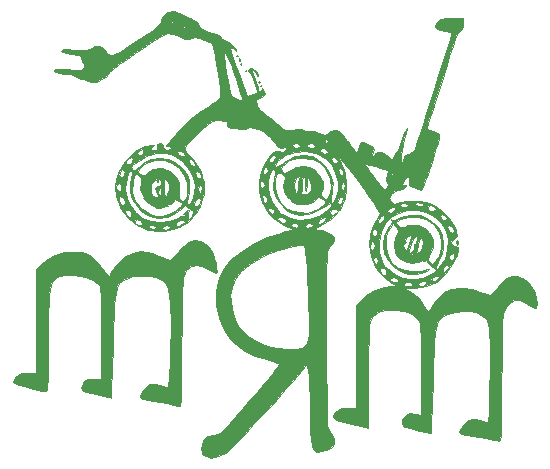
<source format=gbr>
G04 #@! TF.GenerationSoftware,KiCad,Pcbnew,(5.1.10)-1*
G04 #@! TF.CreationDate,2022-04-16T12:49:33+05:30*
G04 #@! TF.ProjectId,New PCB Stack,4e657720-5043-4422-9053-7461636b2e6b,rev?*
G04 #@! TF.SameCoordinates,Original*
G04 #@! TF.FileFunction,Legend,Bot*
G04 #@! TF.FilePolarity,Positive*
%FSLAX46Y46*%
G04 Gerber Fmt 4.6, Leading zero omitted, Abs format (unit mm)*
G04 Created by KiCad (PCBNEW (5.1.10)-1) date 2022-04-16 12:49:33*
%MOMM*%
%LPD*%
G01*
G04 APERTURE LIST*
%ADD10C,0.010000*%
G04 APERTURE END LIST*
D10*
G04 #@! TO.C,G5*
G36*
X124688148Y-70580370D02*
G01*
X124671260Y-70747836D01*
X124688148Y-70768518D01*
X124772039Y-70749148D01*
X124782222Y-70674444D01*
X124730592Y-70558294D01*
X124688148Y-70580370D01*
G37*
X124688148Y-70580370D02*
X124671260Y-70747836D01*
X124688148Y-70768518D01*
X124772039Y-70749148D01*
X124782222Y-70674444D01*
X124730592Y-70558294D01*
X124688148Y-70580370D01*
G36*
X125487778Y-72720555D02*
G01*
X125558333Y-72791111D01*
X125628889Y-72720555D01*
X125558333Y-72650000D01*
X125487778Y-72720555D01*
G37*
X125487778Y-72720555D02*
X125558333Y-72791111D01*
X125628889Y-72720555D01*
X125558333Y-72650000D01*
X125487778Y-72720555D01*
G36*
X147218889Y-77377222D02*
G01*
X147289445Y-77447778D01*
X147360000Y-77377222D01*
X147289445Y-77306666D01*
X147218889Y-77377222D01*
G37*
X147218889Y-77377222D02*
X147289445Y-77447778D01*
X147360000Y-77377222D01*
X147289445Y-77306666D01*
X147218889Y-77377222D01*
G36*
X145345509Y-73695778D02*
G01*
X145211232Y-73759284D01*
X144824632Y-73918523D01*
X144582257Y-73910695D01*
X144511117Y-73865117D01*
X144397011Y-73778502D01*
X144480206Y-73888746D01*
X144491158Y-73901602D01*
X144556622Y-74074593D01*
X144468922Y-74323384D01*
X144244213Y-74663607D01*
X143906530Y-75336147D01*
X143813579Y-76029850D01*
X143934004Y-76707375D01*
X144236446Y-77331381D01*
X144689547Y-77864527D01*
X145261948Y-78269471D01*
X145922292Y-78508871D01*
X146639220Y-78545387D01*
X147346075Y-78357310D01*
X147635259Y-78204973D01*
X147752702Y-78087436D01*
X147746216Y-78069179D01*
X147575753Y-78064537D01*
X147381363Y-78141900D01*
X146919507Y-78272767D01*
X146317771Y-78292180D01*
X145692291Y-78207448D01*
X145159205Y-78025876D01*
X145108725Y-77998921D01*
X144551659Y-77570236D01*
X144208941Y-77010773D01*
X144058329Y-76277948D01*
X144046859Y-75966111D01*
X144076182Y-75391159D01*
X144187639Y-74977011D01*
X144372644Y-74658829D01*
X144700961Y-74198214D01*
X144960829Y-74517718D01*
X145131167Y-74762540D01*
X145115690Y-74935204D01*
X144985071Y-75099185D01*
X144804296Y-75500043D01*
X144759906Y-76058939D01*
X144800491Y-76541637D01*
X144936416Y-76873910D01*
X145167090Y-77137531D01*
X145388632Y-77325905D01*
X145476005Y-77348737D01*
X145463665Y-77306666D01*
X145421259Y-77186220D01*
X145525310Y-77290357D01*
X145550369Y-77320347D01*
X145820177Y-77472318D01*
X146234280Y-77543133D01*
X146677506Y-77531386D01*
X147034682Y-77435672D01*
X147157891Y-77339965D01*
X147286348Y-77238872D01*
X147448445Y-77321108D01*
X147653476Y-77544147D01*
X147909482Y-77822230D01*
X148140749Y-78033015D01*
X148295794Y-78136967D01*
X148323139Y-78094548D01*
X148290102Y-78033062D01*
X148298431Y-77821707D01*
X148448100Y-77508769D01*
X148494280Y-77440207D01*
X148815289Y-76760420D01*
X148866207Y-76346634D01*
X148712140Y-76346634D01*
X148538341Y-77014084D01*
X148328037Y-77370268D01*
X148114898Y-77612186D01*
X147963358Y-77649543D01*
X147777218Y-77512798D01*
X147618525Y-77343427D01*
X147606976Y-77180547D01*
X147692532Y-77015257D01*
X145208736Y-77015257D01*
X145189434Y-77024444D01*
X145060658Y-76925105D01*
X145031667Y-76883333D01*
X144995709Y-76751410D01*
X145015011Y-76742222D01*
X145143787Y-76841561D01*
X145172778Y-76883333D01*
X145208736Y-77015257D01*
X147692532Y-77015257D01*
X147745099Y-76913703D01*
X147792723Y-76835159D01*
X148025455Y-76219948D01*
X148016989Y-75876232D01*
X147173883Y-75876232D01*
X147106523Y-76308707D01*
X146913203Y-76648229D01*
X146862125Y-76692031D01*
X146645958Y-76824579D01*
X146565532Y-76841457D01*
X146568494Y-76812778D01*
X146372222Y-76812778D01*
X146301667Y-76883333D01*
X146231111Y-76812778D01*
X146301667Y-76742222D01*
X146372222Y-76812778D01*
X146568494Y-76812778D01*
X146580486Y-76696707D01*
X146659805Y-76363701D01*
X146748783Y-76044460D01*
X146893785Y-75616131D01*
X147006163Y-75446459D01*
X147087978Y-75495461D01*
X147173883Y-75876232D01*
X148016989Y-75876232D01*
X148010523Y-75613764D01*
X147938091Y-75443996D01*
X146701046Y-75443996D01*
X146683499Y-75620459D01*
X146605896Y-75887006D01*
X146502370Y-75959185D01*
X146499145Y-75957342D01*
X146434919Y-75993579D01*
X146462053Y-76106568D01*
X146434475Y-76375787D01*
X146284048Y-76587340D01*
X146076047Y-76753341D01*
X145994832Y-76715169D01*
X146038141Y-76455686D01*
X146201692Y-75963328D01*
X146388721Y-75528320D01*
X146489825Y-75377214D01*
X146164340Y-75377214D01*
X146088066Y-75694802D01*
X146066152Y-75763749D01*
X145940169Y-76149917D01*
X145847519Y-76441956D01*
X145842015Y-76460000D01*
X145765410Y-76551549D01*
X145647485Y-76388519D01*
X145619268Y-76329714D01*
X145531285Y-76055736D01*
X145615713Y-75936309D01*
X145626265Y-75932541D01*
X145736442Y-75778571D01*
X145722873Y-75697380D01*
X145755407Y-75507179D01*
X145906417Y-75305649D01*
X146082882Y-75195200D01*
X146161512Y-75214474D01*
X146164340Y-75377214D01*
X146489825Y-75377214D01*
X146552168Y-75284039D01*
X146665216Y-75249570D01*
X146701046Y-75443996D01*
X147938091Y-75443996D01*
X147778853Y-75070770D01*
X147748380Y-75039701D01*
X147607625Y-75039701D01*
X147588323Y-75048889D01*
X147459547Y-74949549D01*
X147430556Y-74907778D01*
X147394598Y-74775854D01*
X147413900Y-74766666D01*
X147542676Y-74866006D01*
X147571667Y-74907778D01*
X147607625Y-75039701D01*
X147748380Y-75039701D01*
X147361370Y-74645128D01*
X146789000Y-74391001D01*
X146369953Y-74343333D01*
X145955502Y-74392471D01*
X145645651Y-74495691D01*
X145371404Y-74566796D01*
X145106122Y-74417091D01*
X145083604Y-74397039D01*
X144916374Y-74225240D01*
X144930660Y-74105919D01*
X145156338Y-73959799D01*
X145271732Y-73897818D01*
X145961764Y-73677040D01*
X146716491Y-73674288D01*
X147445723Y-73874947D01*
X148059266Y-74264399D01*
X148162622Y-74366289D01*
X148519222Y-74930876D01*
X148704081Y-75621611D01*
X148712140Y-76346634D01*
X148866207Y-76346634D01*
X148908978Y-75999066D01*
X148780174Y-75235070D01*
X148433704Y-74547357D01*
X148307745Y-74389852D01*
X147667900Y-73856203D01*
X146921553Y-73554625D01*
X146127742Y-73497143D01*
X145345509Y-73695778D01*
G37*
X145345509Y-73695778D02*
X145211232Y-73759284D01*
X144824632Y-73918523D01*
X144582257Y-73910695D01*
X144511117Y-73865117D01*
X144397011Y-73778502D01*
X144480206Y-73888746D01*
X144491158Y-73901602D01*
X144556622Y-74074593D01*
X144468922Y-74323384D01*
X144244213Y-74663607D01*
X143906530Y-75336147D01*
X143813579Y-76029850D01*
X143934004Y-76707375D01*
X144236446Y-77331381D01*
X144689547Y-77864527D01*
X145261948Y-78269471D01*
X145922292Y-78508871D01*
X146639220Y-78545387D01*
X147346075Y-78357310D01*
X147635259Y-78204973D01*
X147752702Y-78087436D01*
X147746216Y-78069179D01*
X147575753Y-78064537D01*
X147381363Y-78141900D01*
X146919507Y-78272767D01*
X146317771Y-78292180D01*
X145692291Y-78207448D01*
X145159205Y-78025876D01*
X145108725Y-77998921D01*
X144551659Y-77570236D01*
X144208941Y-77010773D01*
X144058329Y-76277948D01*
X144046859Y-75966111D01*
X144076182Y-75391159D01*
X144187639Y-74977011D01*
X144372644Y-74658829D01*
X144700961Y-74198214D01*
X144960829Y-74517718D01*
X145131167Y-74762540D01*
X145115690Y-74935204D01*
X144985071Y-75099185D01*
X144804296Y-75500043D01*
X144759906Y-76058939D01*
X144800491Y-76541637D01*
X144936416Y-76873910D01*
X145167090Y-77137531D01*
X145388632Y-77325905D01*
X145476005Y-77348737D01*
X145463665Y-77306666D01*
X145421259Y-77186220D01*
X145525310Y-77290357D01*
X145550369Y-77320347D01*
X145820177Y-77472318D01*
X146234280Y-77543133D01*
X146677506Y-77531386D01*
X147034682Y-77435672D01*
X147157891Y-77339965D01*
X147286348Y-77238872D01*
X147448445Y-77321108D01*
X147653476Y-77544147D01*
X147909482Y-77822230D01*
X148140749Y-78033015D01*
X148295794Y-78136967D01*
X148323139Y-78094548D01*
X148290102Y-78033062D01*
X148298431Y-77821707D01*
X148448100Y-77508769D01*
X148494280Y-77440207D01*
X148815289Y-76760420D01*
X148866207Y-76346634D01*
X148712140Y-76346634D01*
X148538341Y-77014084D01*
X148328037Y-77370268D01*
X148114898Y-77612186D01*
X147963358Y-77649543D01*
X147777218Y-77512798D01*
X147618525Y-77343427D01*
X147606976Y-77180547D01*
X147692532Y-77015257D01*
X145208736Y-77015257D01*
X145189434Y-77024444D01*
X145060658Y-76925105D01*
X145031667Y-76883333D01*
X144995709Y-76751410D01*
X145015011Y-76742222D01*
X145143787Y-76841561D01*
X145172778Y-76883333D01*
X145208736Y-77015257D01*
X147692532Y-77015257D01*
X147745099Y-76913703D01*
X147792723Y-76835159D01*
X148025455Y-76219948D01*
X148016989Y-75876232D01*
X147173883Y-75876232D01*
X147106523Y-76308707D01*
X146913203Y-76648229D01*
X146862125Y-76692031D01*
X146645958Y-76824579D01*
X146565532Y-76841457D01*
X146568494Y-76812778D01*
X146372222Y-76812778D01*
X146301667Y-76883333D01*
X146231111Y-76812778D01*
X146301667Y-76742222D01*
X146372222Y-76812778D01*
X146568494Y-76812778D01*
X146580486Y-76696707D01*
X146659805Y-76363701D01*
X146748783Y-76044460D01*
X146893785Y-75616131D01*
X147006163Y-75446459D01*
X147087978Y-75495461D01*
X147173883Y-75876232D01*
X148016989Y-75876232D01*
X148010523Y-75613764D01*
X147938091Y-75443996D01*
X146701046Y-75443996D01*
X146683499Y-75620459D01*
X146605896Y-75887006D01*
X146502370Y-75959185D01*
X146499145Y-75957342D01*
X146434919Y-75993579D01*
X146462053Y-76106568D01*
X146434475Y-76375787D01*
X146284048Y-76587340D01*
X146076047Y-76753341D01*
X145994832Y-76715169D01*
X146038141Y-76455686D01*
X146201692Y-75963328D01*
X146388721Y-75528320D01*
X146489825Y-75377214D01*
X146164340Y-75377214D01*
X146088066Y-75694802D01*
X146066152Y-75763749D01*
X145940169Y-76149917D01*
X145847519Y-76441956D01*
X145842015Y-76460000D01*
X145765410Y-76551549D01*
X145647485Y-76388519D01*
X145619268Y-76329714D01*
X145531285Y-76055736D01*
X145615713Y-75936309D01*
X145626265Y-75932541D01*
X145736442Y-75778571D01*
X145722873Y-75697380D01*
X145755407Y-75507179D01*
X145906417Y-75305649D01*
X146082882Y-75195200D01*
X146161512Y-75214474D01*
X146164340Y-75377214D01*
X146489825Y-75377214D01*
X146552168Y-75284039D01*
X146665216Y-75249570D01*
X146701046Y-75443996D01*
X147938091Y-75443996D01*
X147778853Y-75070770D01*
X147748380Y-75039701D01*
X147607625Y-75039701D01*
X147588323Y-75048889D01*
X147459547Y-74949549D01*
X147430556Y-74907778D01*
X147394598Y-74775854D01*
X147413900Y-74766666D01*
X147542676Y-74866006D01*
X147571667Y-74907778D01*
X147607625Y-75039701D01*
X147748380Y-75039701D01*
X147361370Y-74645128D01*
X146789000Y-74391001D01*
X146369953Y-74343333D01*
X145955502Y-74392471D01*
X145645651Y-74495691D01*
X145371404Y-74566796D01*
X145106122Y-74417091D01*
X145083604Y-74397039D01*
X144916374Y-74225240D01*
X144930660Y-74105919D01*
X145156338Y-73959799D01*
X145271732Y-73897818D01*
X145961764Y-73677040D01*
X146716491Y-73674288D01*
X147445723Y-73874947D01*
X148059266Y-74264399D01*
X148162622Y-74366289D01*
X148519222Y-74930876D01*
X148704081Y-75621611D01*
X148712140Y-76346634D01*
X148866207Y-76346634D01*
X148908978Y-75999066D01*
X148780174Y-75235070D01*
X148433704Y-74547357D01*
X148307745Y-74389852D01*
X147667900Y-73856203D01*
X146921553Y-73554625D01*
X146127742Y-73497143D01*
X145345509Y-73695778D01*
G36*
X131414445Y-60020555D02*
G01*
X131485000Y-60091111D01*
X131555556Y-60020555D01*
X131485000Y-59950000D01*
X131414445Y-60020555D01*
G37*
X131414445Y-60020555D02*
X131485000Y-60091111D01*
X131555556Y-60020555D01*
X131485000Y-59950000D01*
X131414445Y-60020555D01*
G36*
X131602593Y-60279259D02*
G01*
X131585705Y-60446725D01*
X131602593Y-60467407D01*
X131686483Y-60448037D01*
X131696667Y-60373333D01*
X131645036Y-60257183D01*
X131602593Y-60279259D01*
G37*
X131602593Y-60279259D02*
X131585705Y-60446725D01*
X131602593Y-60467407D01*
X131686483Y-60448037D01*
X131696667Y-60373333D01*
X131645036Y-60257183D01*
X131602593Y-60279259D01*
G36*
X131696667Y-60726111D02*
G01*
X131767222Y-60796666D01*
X131837778Y-60726111D01*
X131767222Y-60655555D01*
X131696667Y-60726111D01*
G37*
X131696667Y-60726111D02*
X131767222Y-60796666D01*
X131837778Y-60726111D01*
X131767222Y-60655555D01*
X131696667Y-60726111D01*
G36*
X132120000Y-61290555D02*
G01*
X132190556Y-61361111D01*
X132261111Y-61290555D01*
X132190556Y-61220000D01*
X132120000Y-61290555D01*
G37*
X132120000Y-61290555D02*
X132190556Y-61361111D01*
X132261111Y-61290555D01*
X132190556Y-61220000D01*
X132120000Y-61290555D01*
G36*
X133248889Y-62278333D02*
G01*
X133319445Y-62348889D01*
X133390000Y-62278333D01*
X133319445Y-62207778D01*
X133248889Y-62278333D01*
G37*
X133248889Y-62278333D02*
X133319445Y-62348889D01*
X133390000Y-62278333D01*
X133319445Y-62207778D01*
X133248889Y-62278333D01*
G36*
X133390000Y-62560555D02*
G01*
X133460556Y-62631111D01*
X133531111Y-62560555D01*
X133460556Y-62490000D01*
X133390000Y-62560555D01*
G37*
X133390000Y-62560555D02*
X133460556Y-62631111D01*
X133531111Y-62560555D01*
X133460556Y-62490000D01*
X133390000Y-62560555D01*
G36*
X132443706Y-61153996D02*
G01*
X132423332Y-61319019D01*
X132534079Y-61425947D01*
X132642952Y-61597095D01*
X132785829Y-61953428D01*
X132890798Y-62280941D01*
X133045666Y-62760421D01*
X133164162Y-63021381D01*
X133234526Y-63043003D01*
X133248889Y-62914847D01*
X133201845Y-62714132D01*
X133080656Y-62344577D01*
X132966738Y-62032902D01*
X132797374Y-61585862D01*
X132714371Y-61342197D01*
X132706350Y-61240525D01*
X132761932Y-61219463D01*
X132816047Y-61220000D01*
X132958090Y-61336775D01*
X133040598Y-61512856D01*
X133139363Y-61715623D01*
X133202651Y-61736608D01*
X133215211Y-61558321D01*
X133071166Y-61324158D01*
X132849579Y-61133516D01*
X132679480Y-61078889D01*
X132443706Y-61153996D01*
G37*
X132443706Y-61153996D02*
X132423332Y-61319019D01*
X132534079Y-61425947D01*
X132642952Y-61597095D01*
X132785829Y-61953428D01*
X132890798Y-62280941D01*
X133045666Y-62760421D01*
X133164162Y-63021381D01*
X133234526Y-63043003D01*
X133248889Y-62914847D01*
X133201845Y-62714132D01*
X133080656Y-62344577D01*
X132966738Y-62032902D01*
X132797374Y-61585862D01*
X132714371Y-61342197D01*
X132706350Y-61240525D01*
X132761932Y-61219463D01*
X132816047Y-61220000D01*
X132958090Y-61336775D01*
X133040598Y-61512856D01*
X133139363Y-61715623D01*
X133202651Y-61736608D01*
X133215211Y-61558321D01*
X133071166Y-61324158D01*
X132849579Y-61133516D01*
X132679480Y-61078889D01*
X132443706Y-61153996D01*
G36*
X149967899Y-75716769D02*
G01*
X149990082Y-75825000D01*
X150090240Y-76010669D01*
X150126764Y-76036666D01*
X150176093Y-75921438D01*
X150182222Y-75825000D01*
X150108374Y-75637178D01*
X150045540Y-75613333D01*
X149967899Y-75716769D01*
G37*
X149967899Y-75716769D02*
X149990082Y-75825000D01*
X150090240Y-76010669D01*
X150126764Y-76036666D01*
X150176093Y-75921438D01*
X150182222Y-75825000D01*
X150108374Y-75637178D01*
X150045540Y-75613333D01*
X149967899Y-75716769D01*
G36*
X127619681Y-75683270D02*
G01*
X127342688Y-75829163D01*
X126962602Y-76127122D01*
X126559174Y-76514230D01*
X126538478Y-76536232D01*
X125825288Y-77298722D01*
X124845144Y-76952893D01*
X124282511Y-76778374D01*
X123752097Y-76654117D01*
X123371111Y-76607186D01*
X122634981Y-76738434D01*
X121916341Y-77100978D01*
X121283780Y-77648554D01*
X120805885Y-78334901D01*
X120803908Y-78338782D01*
X120602064Y-78735898D01*
X120046310Y-77997522D01*
X119556360Y-77396713D01*
X119121088Y-77002584D01*
X118668226Y-76769757D01*
X118125506Y-76652851D01*
X117865761Y-76628287D01*
X116859376Y-76652039D01*
X116008204Y-76891143D01*
X115270214Y-77359098D01*
X115092571Y-77519074D01*
X114481111Y-78104955D01*
X114481111Y-86891175D01*
X113763214Y-86861421D01*
X113301657Y-86865232D01*
X113014798Y-86946300D01*
X112798779Y-87136524D01*
X112775436Y-87164799D01*
X112581522Y-87456935D01*
X112505556Y-87670264D01*
X112631951Y-87758259D01*
X112964954Y-87886437D01*
X113435292Y-88035490D01*
X113973694Y-88186109D01*
X114510885Y-88318988D01*
X114977594Y-88414817D01*
X115304547Y-88454289D01*
X115319021Y-88454444D01*
X115367508Y-88331604D01*
X115406256Y-87958603D01*
X115435504Y-87328719D01*
X115455489Y-86435230D01*
X115466449Y-85271416D01*
X115468889Y-84216579D01*
X115471324Y-82898111D01*
X115481506Y-81831368D01*
X115503751Y-80985874D01*
X115542374Y-80331153D01*
X115601693Y-79836728D01*
X115686021Y-79472124D01*
X115799676Y-79206864D01*
X115946974Y-79010472D01*
X116132229Y-78852472D01*
X116238876Y-78779369D01*
X116502107Y-78650203D01*
X116835330Y-78591716D01*
X117321771Y-78594255D01*
X117651092Y-78615593D01*
X118593507Y-78750318D01*
X119285321Y-78991811D01*
X119721245Y-79337902D01*
X119823782Y-79507329D01*
X119882051Y-79788023D01*
X119927209Y-80346230D01*
X119959297Y-81183060D01*
X119978359Y-82299626D01*
X119984445Y-83649878D01*
X119984445Y-87439811D01*
X119416834Y-87363678D01*
X118880417Y-87388064D01*
X118493699Y-87600491D01*
X118303111Y-87970132D01*
X118291111Y-88111125D01*
X118318472Y-88270033D01*
X118435377Y-88391500D01*
X118694059Y-88501003D01*
X119146752Y-88624021D01*
X119525244Y-88713084D01*
X120071913Y-88835722D01*
X120498822Y-88925946D01*
X120743396Y-88970797D01*
X120777624Y-88972441D01*
X120786314Y-88830945D01*
X120802467Y-88440833D01*
X120824901Y-87835579D01*
X120852434Y-87048657D01*
X120883882Y-86113539D01*
X120918064Y-85063700D01*
X120939285Y-84396108D01*
X120981493Y-83077368D01*
X121020512Y-82010801D01*
X121062429Y-81166509D01*
X121113334Y-80514596D01*
X121179313Y-80025165D01*
X121266456Y-79668319D01*
X121380849Y-79414161D01*
X121528581Y-79232794D01*
X121715740Y-79094321D01*
X121948414Y-78968845D01*
X122055266Y-78915759D01*
X122683822Y-78717884D01*
X123431218Y-78648368D01*
X124174359Y-78708060D01*
X124788422Y-78896946D01*
X125151597Y-79117936D01*
X125413543Y-79396174D01*
X125593605Y-79781595D01*
X125711128Y-80324133D01*
X125785458Y-81073721D01*
X125812384Y-81540000D01*
X125829370Y-82107551D01*
X125833982Y-82821962D01*
X125827723Y-83635543D01*
X125812093Y-84500602D01*
X125788596Y-85369451D01*
X125758732Y-86194400D01*
X125724004Y-86927757D01*
X125685913Y-87521834D01*
X125645961Y-87928940D01*
X125605760Y-88101277D01*
X125446039Y-88095287D01*
X125121235Y-88001454D01*
X124946902Y-87937056D01*
X124503858Y-87798196D01*
X124181892Y-87801600D01*
X124011431Y-87861900D01*
X123747055Y-88060995D01*
X123503458Y-88365556D01*
X123332803Y-88688302D01*
X123287251Y-88941954D01*
X123323825Y-89012417D01*
X123504508Y-89076954D01*
X123900394Y-89171191D01*
X124447879Y-89281061D01*
X124918331Y-89365028D01*
X125545886Y-89474947D01*
X126077970Y-89574640D01*
X126447568Y-89651173D01*
X126576386Y-89685032D01*
X126624883Y-89654306D01*
X126664404Y-89506033D01*
X126695760Y-89217379D01*
X126719762Y-88765506D01*
X126737221Y-88127581D01*
X126748947Y-87280767D01*
X126755752Y-86202229D01*
X126758446Y-84869132D01*
X126758565Y-84553708D01*
X126763039Y-83091872D01*
X126775653Y-81809636D01*
X126795898Y-80726487D01*
X126823263Y-79861911D01*
X126857237Y-79235391D01*
X126897311Y-78866414D01*
X126908839Y-78814448D01*
X127171682Y-78202663D01*
X127549361Y-77848424D01*
X128042599Y-77751479D01*
X128652119Y-77911573D01*
X128994682Y-78084477D01*
X129361766Y-78286391D01*
X129619231Y-78413318D01*
X129684615Y-78435555D01*
X129739087Y-78314833D01*
X129720655Y-78005190D01*
X129645759Y-77585415D01*
X129530835Y-77134297D01*
X129392322Y-76730622D01*
X129281759Y-76504637D01*
X128883463Y-76060237D01*
X128371387Y-75762270D01*
X127838399Y-75656629D01*
X127619681Y-75683270D01*
G37*
X127619681Y-75683270D02*
X127342688Y-75829163D01*
X126962602Y-76127122D01*
X126559174Y-76514230D01*
X126538478Y-76536232D01*
X125825288Y-77298722D01*
X124845144Y-76952893D01*
X124282511Y-76778374D01*
X123752097Y-76654117D01*
X123371111Y-76607186D01*
X122634981Y-76738434D01*
X121916341Y-77100978D01*
X121283780Y-77648554D01*
X120805885Y-78334901D01*
X120803908Y-78338782D01*
X120602064Y-78735898D01*
X120046310Y-77997522D01*
X119556360Y-77396713D01*
X119121088Y-77002584D01*
X118668226Y-76769757D01*
X118125506Y-76652851D01*
X117865761Y-76628287D01*
X116859376Y-76652039D01*
X116008204Y-76891143D01*
X115270214Y-77359098D01*
X115092571Y-77519074D01*
X114481111Y-78104955D01*
X114481111Y-86891175D01*
X113763214Y-86861421D01*
X113301657Y-86865232D01*
X113014798Y-86946300D01*
X112798779Y-87136524D01*
X112775436Y-87164799D01*
X112581522Y-87456935D01*
X112505556Y-87670264D01*
X112631951Y-87758259D01*
X112964954Y-87886437D01*
X113435292Y-88035490D01*
X113973694Y-88186109D01*
X114510885Y-88318988D01*
X114977594Y-88414817D01*
X115304547Y-88454289D01*
X115319021Y-88454444D01*
X115367508Y-88331604D01*
X115406256Y-87958603D01*
X115435504Y-87328719D01*
X115455489Y-86435230D01*
X115466449Y-85271416D01*
X115468889Y-84216579D01*
X115471324Y-82898111D01*
X115481506Y-81831368D01*
X115503751Y-80985874D01*
X115542374Y-80331153D01*
X115601693Y-79836728D01*
X115686021Y-79472124D01*
X115799676Y-79206864D01*
X115946974Y-79010472D01*
X116132229Y-78852472D01*
X116238876Y-78779369D01*
X116502107Y-78650203D01*
X116835330Y-78591716D01*
X117321771Y-78594255D01*
X117651092Y-78615593D01*
X118593507Y-78750318D01*
X119285321Y-78991811D01*
X119721245Y-79337902D01*
X119823782Y-79507329D01*
X119882051Y-79788023D01*
X119927209Y-80346230D01*
X119959297Y-81183060D01*
X119978359Y-82299626D01*
X119984445Y-83649878D01*
X119984445Y-87439811D01*
X119416834Y-87363678D01*
X118880417Y-87388064D01*
X118493699Y-87600491D01*
X118303111Y-87970132D01*
X118291111Y-88111125D01*
X118318472Y-88270033D01*
X118435377Y-88391500D01*
X118694059Y-88501003D01*
X119146752Y-88624021D01*
X119525244Y-88713084D01*
X120071913Y-88835722D01*
X120498822Y-88925946D01*
X120743396Y-88970797D01*
X120777624Y-88972441D01*
X120786314Y-88830945D01*
X120802467Y-88440833D01*
X120824901Y-87835579D01*
X120852434Y-87048657D01*
X120883882Y-86113539D01*
X120918064Y-85063700D01*
X120939285Y-84396108D01*
X120981493Y-83077368D01*
X121020512Y-82010801D01*
X121062429Y-81166509D01*
X121113334Y-80514596D01*
X121179313Y-80025165D01*
X121266456Y-79668319D01*
X121380849Y-79414161D01*
X121528581Y-79232794D01*
X121715740Y-79094321D01*
X121948414Y-78968845D01*
X122055266Y-78915759D01*
X122683822Y-78717884D01*
X123431218Y-78648368D01*
X124174359Y-78708060D01*
X124788422Y-78896946D01*
X125151597Y-79117936D01*
X125413543Y-79396174D01*
X125593605Y-79781595D01*
X125711128Y-80324133D01*
X125785458Y-81073721D01*
X125812384Y-81540000D01*
X125829370Y-82107551D01*
X125833982Y-82821962D01*
X125827723Y-83635543D01*
X125812093Y-84500602D01*
X125788596Y-85369451D01*
X125758732Y-86194400D01*
X125724004Y-86927757D01*
X125685913Y-87521834D01*
X125645961Y-87928940D01*
X125605760Y-88101277D01*
X125446039Y-88095287D01*
X125121235Y-88001454D01*
X124946902Y-87937056D01*
X124503858Y-87798196D01*
X124181892Y-87801600D01*
X124011431Y-87861900D01*
X123747055Y-88060995D01*
X123503458Y-88365556D01*
X123332803Y-88688302D01*
X123287251Y-88941954D01*
X123323825Y-89012417D01*
X123504508Y-89076954D01*
X123900394Y-89171191D01*
X124447879Y-89281061D01*
X124918331Y-89365028D01*
X125545886Y-89474947D01*
X126077970Y-89574640D01*
X126447568Y-89651173D01*
X126576386Y-89685032D01*
X126624883Y-89654306D01*
X126664404Y-89506033D01*
X126695760Y-89217379D01*
X126719762Y-88765506D01*
X126737221Y-88127581D01*
X126748947Y-87280767D01*
X126755752Y-86202229D01*
X126758446Y-84869132D01*
X126758565Y-84553708D01*
X126763039Y-83091872D01*
X126775653Y-81809636D01*
X126795898Y-80726487D01*
X126823263Y-79861911D01*
X126857237Y-79235391D01*
X126897311Y-78866414D01*
X126908839Y-78814448D01*
X127171682Y-78202663D01*
X127549361Y-77848424D01*
X128042599Y-77751479D01*
X128652119Y-77911573D01*
X128994682Y-78084477D01*
X129361766Y-78286391D01*
X129619231Y-78413318D01*
X129684615Y-78435555D01*
X129739087Y-78314833D01*
X129720655Y-78005190D01*
X129645759Y-77585415D01*
X129530835Y-77134297D01*
X129392322Y-76730622D01*
X129281759Y-76504637D01*
X128883463Y-76060237D01*
X128371387Y-75762270D01*
X127838399Y-75656629D01*
X127619681Y-75683270D01*
G36*
X125638634Y-56353372D02*
G01*
X125249732Y-56601110D01*
X125021864Y-56988958D01*
X124995186Y-57145453D01*
X124909568Y-57313284D01*
X124658674Y-57560006D01*
X124221864Y-57901998D01*
X123578496Y-58355640D01*
X122879644Y-58824197D01*
X122114053Y-59327593D01*
X121546817Y-59686559D01*
X121140880Y-59912334D01*
X120859190Y-60016155D01*
X120664692Y-60009259D01*
X120520332Y-59902885D01*
X120389055Y-59708270D01*
X120326426Y-59598528D01*
X120061646Y-59334454D01*
X119704908Y-59204141D01*
X119365112Y-59230930D01*
X119195349Y-59356074D01*
X119011968Y-59502628D01*
X118697772Y-59560041D01*
X118266809Y-59550875D01*
X117559292Y-59509034D01*
X117086194Y-59488003D01*
X116800385Y-59489090D01*
X116654735Y-59513600D01*
X116602115Y-59562843D01*
X116595959Y-59597222D01*
X116718697Y-59688883D01*
X117046973Y-59785946D01*
X117439097Y-59856487D01*
X117976252Y-59959546D01*
X118248267Y-60085564D01*
X118291111Y-60173987D01*
X118309341Y-60482902D01*
X118397374Y-60678973D01*
X118467378Y-60768471D01*
X118533473Y-60983332D01*
X118420101Y-61141770D01*
X118246167Y-61239315D01*
X117960866Y-61265037D01*
X117495058Y-61221823D01*
X117268939Y-61189808D01*
X116616285Y-61119524D01*
X116166746Y-61129073D01*
X115945176Y-61215627D01*
X115949697Y-61339945D01*
X116120903Y-61419762D01*
X116484501Y-61498752D01*
X116827363Y-61544689D01*
X117278171Y-61608705D01*
X117604751Y-61687569D01*
X117713444Y-61743689D01*
X117889614Y-61848792D01*
X118238848Y-61980902D01*
X118432222Y-62039976D01*
X118867412Y-62165713D01*
X119214934Y-62270096D01*
X119301121Y-62297525D01*
X119569769Y-62260257D01*
X119835434Y-62074566D01*
X120083865Y-61884965D01*
X120259640Y-61850657D01*
X120259761Y-61850732D01*
X120390416Y-61795136D01*
X120501559Y-61586811D01*
X120654914Y-61402994D01*
X121005172Y-61103062D01*
X121507829Y-60717093D01*
X122118382Y-60275161D01*
X122792326Y-59807345D01*
X123485157Y-59343721D01*
X124152371Y-58914365D01*
X124749464Y-58549353D01*
X125231931Y-58278763D01*
X125555270Y-58132670D01*
X125637952Y-58115555D01*
X125930608Y-58169952D01*
X126359432Y-58309038D01*
X126632485Y-58418037D01*
X127085220Y-58590691D01*
X127386367Y-58635699D01*
X127629152Y-58565832D01*
X127646422Y-58556941D01*
X127897324Y-58477678D01*
X128209582Y-58511683D01*
X128662778Y-58662928D01*
X129368333Y-58932492D01*
X129553133Y-60040968D01*
X129675507Y-60768198D01*
X129812081Y-61569674D01*
X129922175Y-62207778D01*
X130001432Y-62790017D01*
X130026495Y-63273601D01*
X129992810Y-63570455D01*
X129992645Y-63570898D01*
X129811184Y-63793384D01*
X129445400Y-64075069D01*
X128991658Y-64347009D01*
X128411941Y-64720378D01*
X127726859Y-65265340D01*
X126998364Y-65926212D01*
X126288410Y-66647312D01*
X125750975Y-67259723D01*
X125530693Y-67543718D01*
X125485892Y-67674974D01*
X125603210Y-67710483D01*
X125645141Y-67711111D01*
X125865467Y-67773420D01*
X125911111Y-67852222D01*
X125790351Y-67958299D01*
X125558333Y-67993333D01*
X125281698Y-67927188D01*
X125205556Y-67711111D01*
X125107385Y-67476783D01*
X124913824Y-67428889D01*
X124702911Y-67485192D01*
X124708049Y-67699518D01*
X124711667Y-67711111D01*
X124721534Y-67939983D01*
X124580065Y-67993333D01*
X124320694Y-67999442D01*
X124256583Y-68003916D01*
X124117830Y-67941801D01*
X124143599Y-67789678D01*
X124312306Y-67669702D01*
X124315802Y-67668775D01*
X124438536Y-67617658D01*
X124291361Y-67589984D01*
X124227052Y-67586369D01*
X123640377Y-67686196D01*
X123018658Y-68006444D01*
X122414982Y-68499422D01*
X121882435Y-69117441D01*
X121474103Y-69812812D01*
X121327989Y-70190712D01*
X121155684Y-71083595D01*
X121230650Y-71938871D01*
X121560151Y-72821014D01*
X121641955Y-72978202D01*
X122233297Y-73802012D01*
X122988447Y-74400229D01*
X123890791Y-74764272D01*
X124923711Y-74885565D01*
X125305772Y-74869660D01*
X126291352Y-74660329D01*
X126512254Y-74545185D01*
X125770000Y-74545185D01*
X125648280Y-74724960D01*
X125405463Y-74766666D01*
X125138955Y-74711056D01*
X125099016Y-74590278D01*
X125123008Y-74564814D01*
X124641111Y-74564814D01*
X124536689Y-74713858D01*
X124305804Y-74740317D01*
X124072027Y-74652497D01*
X123970127Y-74519722D01*
X124039668Y-74381905D01*
X124276574Y-74343333D01*
X124572466Y-74417286D01*
X124641111Y-74564814D01*
X125123008Y-74564814D01*
X125255997Y-74423667D01*
X125501019Y-74365225D01*
X125710510Y-74423256D01*
X125770000Y-74545185D01*
X126512254Y-74545185D01*
X127144806Y-74215472D01*
X127296457Y-74072661D01*
X127026345Y-74072661D01*
X126967386Y-74181855D01*
X126836641Y-74282856D01*
X126526689Y-74462905D01*
X126335564Y-74434613D01*
X126273771Y-74359322D01*
X126289313Y-74177825D01*
X126315818Y-74156354D01*
X123415851Y-74156354D01*
X123401166Y-74332248D01*
X123224973Y-74388467D01*
X123074783Y-74335784D01*
X122859271Y-74174619D01*
X122806667Y-74079665D01*
X122898488Y-73884843D01*
X123138062Y-73903543D01*
X123231134Y-73953456D01*
X123415851Y-74156354D01*
X126315818Y-74156354D01*
X126480138Y-74023248D01*
X126742071Y-73961929D01*
X126861814Y-73984847D01*
X127026345Y-74072661D01*
X127296457Y-74072661D01*
X127839407Y-73561363D01*
X127955933Y-73369733D01*
X127766461Y-73369733D01*
X127652950Y-73572865D01*
X127606220Y-73635424D01*
X127414962Y-73838812D01*
X127307397Y-73805798D01*
X127289516Y-73764676D01*
X127289941Y-73480273D01*
X127346255Y-73320278D01*
X127396726Y-73115560D01*
X127289105Y-73087808D01*
X127086421Y-73238613D01*
X127022001Y-73312087D01*
X126901447Y-73478044D01*
X126974059Y-73466797D01*
X127040000Y-73430575D01*
X127167577Y-73382175D01*
X127134074Y-73438765D01*
X126956392Y-73564668D01*
X126922408Y-73572222D01*
X126741951Y-73637995D01*
X126475556Y-73773115D01*
X125754082Y-74042044D01*
X124939795Y-74137044D01*
X124136720Y-74057235D01*
X123448880Y-73801736D01*
X123443734Y-73798756D01*
X123039391Y-73469781D01*
X122492814Y-73469781D01*
X122462510Y-73595639D01*
X122375755Y-73736803D01*
X122252739Y-73655280D01*
X122172272Y-73553604D01*
X122011680Y-73303658D01*
X121964488Y-73179166D01*
X122061306Y-73082380D01*
X122270194Y-73095956D01*
X122448959Y-73207785D01*
X122458065Y-73221202D01*
X122492814Y-73469781D01*
X123039391Y-73469781D01*
X122913376Y-73367255D01*
X122448146Y-72770330D01*
X122323731Y-72520430D01*
X121960000Y-72520430D01*
X121845535Y-72635436D01*
X121748333Y-72650000D01*
X121560458Y-72579931D01*
X121536667Y-72520430D01*
X121490121Y-72283947D01*
X121451014Y-72167652D01*
X121463350Y-71977569D01*
X121577028Y-71944444D01*
X121802276Y-72067405D01*
X121943212Y-72364237D01*
X121960000Y-72520430D01*
X122323731Y-72520430D01*
X122122147Y-72115533D01*
X122023997Y-71738229D01*
X121999788Y-71292032D01*
X122008931Y-71168333D01*
X121677778Y-71168333D01*
X121604177Y-71452064D01*
X121466111Y-71521111D01*
X121295873Y-71398443D01*
X121254445Y-71168333D01*
X121328046Y-70884602D01*
X121466111Y-70815555D01*
X121636350Y-70938224D01*
X121677778Y-71168333D01*
X122008931Y-71168333D01*
X122036400Y-70796723D01*
X122118937Y-70325196D01*
X122232504Y-69950347D01*
X122273974Y-69884712D01*
X121933216Y-69884712D01*
X121873802Y-70134473D01*
X121726128Y-70298015D01*
X121608429Y-70302603D01*
X121486799Y-70188671D01*
X121539703Y-69950646D01*
X121569491Y-69882643D01*
X121729192Y-69659414D01*
X121857301Y-69668634D01*
X121933216Y-69884712D01*
X122273974Y-69884712D01*
X122362203Y-69745072D01*
X122434256Y-69730587D01*
X122547632Y-69896157D01*
X122549995Y-70054632D01*
X122438073Y-70842865D01*
X122413997Y-71433842D01*
X122484582Y-71900645D01*
X122656644Y-72316356D01*
X122780244Y-72523831D01*
X123334699Y-73158464D01*
X124006601Y-73568174D01*
X124745319Y-73746719D01*
X125500221Y-73687856D01*
X126220676Y-73385342D01*
X126696167Y-73006661D01*
X127060591Y-72642238D01*
X127456623Y-72975477D01*
X127709217Y-73206772D01*
X127766461Y-73369733D01*
X127955933Y-73369733D01*
X128348423Y-72724279D01*
X128527756Y-72123616D01*
X128419822Y-72123616D01*
X128418412Y-72280599D01*
X128305035Y-72518165D01*
X128094288Y-72766507D01*
X127878723Y-72732750D01*
X127844595Y-72702002D01*
X127823426Y-72515796D01*
X127951035Y-72278481D01*
X128150595Y-72108512D01*
X128244409Y-72085555D01*
X128419822Y-72123616D01*
X128527756Y-72123616D01*
X128645125Y-71730498D01*
X128670702Y-71561784D01*
X128659789Y-71068152D01*
X128495431Y-71068152D01*
X128485648Y-71309444D01*
X128392418Y-71574406D01*
X128293550Y-71662222D01*
X128199810Y-71541366D01*
X128168889Y-71309444D01*
X128224459Y-71081406D01*
X127875931Y-71081406D01*
X127841656Y-71573179D01*
X127735211Y-72048987D01*
X127583081Y-72429232D01*
X127411754Y-72634316D01*
X127353984Y-72650000D01*
X127229514Y-72585618D01*
X126833154Y-72585618D01*
X126715106Y-72759837D01*
X126664757Y-72815935D01*
X126219149Y-73181422D01*
X125661172Y-73470266D01*
X125119319Y-73619986D01*
X124993889Y-73628442D01*
X124592801Y-73570721D01*
X124120453Y-73423320D01*
X124000273Y-73372536D01*
X123302719Y-72917227D01*
X122826830Y-72305583D01*
X122590614Y-71575616D01*
X122612081Y-70765334D01*
X122661760Y-70547430D01*
X122774082Y-70190127D01*
X122885541Y-70055835D01*
X123051033Y-70090907D01*
X123102126Y-70117084D01*
X123278947Y-70259986D01*
X123333395Y-70489353D01*
X123296810Y-70861900D01*
X123269215Y-71309292D01*
X123376435Y-71646504D01*
X123532670Y-71876076D01*
X123721221Y-72131835D01*
X123735830Y-72198556D01*
X123582335Y-72104755D01*
X123579008Y-72102429D01*
X123503688Y-72070999D01*
X123613525Y-72202290D01*
X123765992Y-72353483D01*
X124070047Y-72602761D01*
X124303994Y-72720634D01*
X124365715Y-72716337D01*
X124490769Y-72734177D01*
X124500000Y-72782783D01*
X124612695Y-72902795D01*
X124873340Y-72932505D01*
X125165775Y-72881088D01*
X125373841Y-72757717D01*
X125401128Y-72711611D01*
X125543708Y-72567564D01*
X125634074Y-72582648D01*
X125840497Y-72585852D01*
X126042206Y-72446522D01*
X126124849Y-72257678D01*
X126105693Y-72199022D01*
X126156389Y-72165826D01*
X126387446Y-72253397D01*
X126472689Y-72295739D01*
X126763090Y-72460012D01*
X126833154Y-72585618D01*
X127229514Y-72585618D01*
X127218958Y-72580158D01*
X127261559Y-72334080D01*
X127262125Y-72332500D01*
X127325108Y-72021566D01*
X127369941Y-71546444D01*
X127383898Y-71160272D01*
X127244719Y-71160272D01*
X127216114Y-71814633D01*
X127111104Y-72206700D01*
X126923941Y-72347412D01*
X126667210Y-72259783D01*
X126576484Y-72062698D01*
X126528900Y-71662174D01*
X126526220Y-71367829D01*
X125697828Y-71367829D01*
X125572009Y-71780598D01*
X125560783Y-71799370D01*
X125407250Y-71945702D01*
X125300635Y-71819322D01*
X125257674Y-71521111D01*
X125064445Y-71521111D01*
X125005351Y-71750412D01*
X124923333Y-71803333D01*
X124808683Y-71685146D01*
X124782222Y-71521111D01*
X124841316Y-71291810D01*
X124923333Y-71238889D01*
X125037984Y-71357076D01*
X125064445Y-71521111D01*
X125257674Y-71521111D01*
X125244016Y-71426313D01*
X125235600Y-71156855D01*
X125236519Y-70898693D01*
X125051690Y-70898693D01*
X124898066Y-71072776D01*
X124772713Y-71097778D01*
X124602457Y-71126778D01*
X124549163Y-71251898D01*
X124611432Y-71530319D01*
X124752428Y-71925582D01*
X124761594Y-72045131D01*
X124601147Y-71997183D01*
X124521397Y-71955895D01*
X124283479Y-71794216D01*
X124206019Y-71692535D01*
X124182960Y-71485874D01*
X124157427Y-71252202D01*
X124217859Y-70912211D01*
X124420518Y-70622750D01*
X124687922Y-70470144D01*
X124849577Y-70481075D01*
X125040603Y-70660732D01*
X125051690Y-70898693D01*
X125236519Y-70898693D01*
X125237171Y-70715698D01*
X125266801Y-70509479D01*
X125346386Y-70490980D01*
X125490763Y-70606590D01*
X125668119Y-70931743D01*
X125697828Y-71367829D01*
X126526220Y-71367829D01*
X126526098Y-71354494D01*
X126519566Y-70864668D01*
X126444797Y-70540174D01*
X126301412Y-70321666D01*
X125064445Y-70321666D01*
X124993889Y-70392222D01*
X124923333Y-70321666D01*
X124993889Y-70251111D01*
X125064445Y-70321666D01*
X126301412Y-70321666D01*
X126264788Y-70265855D01*
X126128176Y-70116140D01*
X125830391Y-69862663D01*
X125581869Y-69747760D01*
X125521125Y-69751974D01*
X125400593Y-69744891D01*
X125418221Y-69685050D01*
X125353892Y-69593795D01*
X125060490Y-69548120D01*
X124942488Y-69545555D01*
X124352973Y-69653421D01*
X123954124Y-69904363D01*
X123650401Y-70128051D01*
X123436687Y-70172415D01*
X123247636Y-70088265D01*
X123064248Y-69861857D01*
X123148419Y-69592509D01*
X123491545Y-69295444D01*
X123793541Y-69122683D01*
X124553078Y-68872921D01*
X125298297Y-68872256D01*
X125983322Y-69093600D01*
X126562277Y-69509868D01*
X126989285Y-70093976D01*
X127218472Y-70818838D01*
X127244719Y-71160272D01*
X127383898Y-71160272D01*
X127384417Y-71145917D01*
X127371065Y-70624225D01*
X127294572Y-70264258D01*
X127118820Y-69946817D01*
X126956842Y-69734806D01*
X126315249Y-69131144D01*
X125575855Y-68788084D01*
X124967798Y-68705666D01*
X124189595Y-68792389D01*
X123537672Y-69095966D01*
X123146474Y-69419159D01*
X122856707Y-69671927D01*
X122678544Y-69735541D01*
X122544683Y-69640497D01*
X122481312Y-69475732D01*
X122603951Y-69287337D01*
X122839876Y-69090907D01*
X123401673Y-68750551D01*
X122617455Y-68750551D01*
X122580361Y-69038932D01*
X122399743Y-69231038D01*
X122161092Y-69241745D01*
X122042211Y-69141081D01*
X122076317Y-68966723D01*
X122231541Y-68779111D01*
X122482306Y-68648305D01*
X122617455Y-68750551D01*
X123401673Y-68750551D01*
X123728926Y-68552290D01*
X124612476Y-68288106D01*
X125479614Y-68300428D01*
X126075168Y-68476424D01*
X126776083Y-68910295D01*
X127342521Y-69536387D01*
X127725474Y-70283808D01*
X127875931Y-71081406D01*
X128224459Y-71081406D01*
X128235376Y-71036611D01*
X128360988Y-70956666D01*
X128495431Y-71068152D01*
X128659789Y-71068152D01*
X128651601Y-70697813D01*
X128526905Y-70278081D01*
X128451111Y-70278081D01*
X128359400Y-70390365D01*
X128166445Y-70360003D01*
X127995516Y-70215355D01*
X127971862Y-70167821D01*
X127933459Y-69887934D01*
X128035845Y-69762703D01*
X128216193Y-69849474D01*
X128260984Y-69903927D01*
X128412251Y-70155994D01*
X128451111Y-70278081D01*
X128526905Y-70278081D01*
X128392278Y-69824921D01*
X128081036Y-69291898D01*
X127880641Y-69291898D01*
X127777035Y-69403753D01*
X127762834Y-69404444D01*
X127577993Y-69308027D01*
X127468464Y-69198959D01*
X127362527Y-68957733D01*
X127427918Y-68795921D01*
X127610912Y-68798987D01*
X127687563Y-68850426D01*
X127845587Y-69068960D01*
X127880641Y-69291898D01*
X128081036Y-69291898D01*
X127921686Y-69019002D01*
X127534982Y-68584785D01*
X127383653Y-68433945D01*
X127040000Y-68433945D01*
X126941509Y-68548896D01*
X126723028Y-68523977D01*
X126500044Y-68374879D01*
X126485982Y-68358674D01*
X126397473Y-68155216D01*
X126474885Y-68064303D01*
X126690893Y-68067678D01*
X126924723Y-68217961D01*
X127039799Y-68425815D01*
X127040000Y-68433945D01*
X127383653Y-68433945D01*
X127219269Y-68270093D01*
X127060370Y-68040640D01*
X123543974Y-68040640D01*
X123541198Y-68239158D01*
X123372803Y-68410039D01*
X123150070Y-68471082D01*
X123033502Y-68417724D01*
X123009431Y-68234063D01*
X123166135Y-68076446D01*
X123408818Y-67956598D01*
X123543974Y-68040640D01*
X127060370Y-68040640D01*
X127047861Y-68022578D01*
X127033420Y-67788859D01*
X127188608Y-67515554D01*
X127526087Y-67149279D01*
X127979159Y-66712191D01*
X128566402Y-66170067D01*
X129012759Y-65807759D01*
X129367314Y-65596368D01*
X129679147Y-65506997D01*
X129997342Y-65510748D01*
X130015835Y-65513060D01*
X130369728Y-65557923D01*
X130588852Y-65583947D01*
X130598627Y-65584921D01*
X130647915Y-65697890D01*
X130624285Y-65791837D01*
X130627095Y-66012004D01*
X130675871Y-66067927D01*
X130913496Y-66141775D01*
X131295831Y-66196263D01*
X131722696Y-66225316D01*
X132093907Y-66222862D01*
X132309282Y-66182824D01*
X132326047Y-66167981D01*
X132510809Y-66108055D01*
X132856558Y-66151502D01*
X133273247Y-66272735D01*
X133670828Y-66446166D01*
X133938292Y-66626104D01*
X134240292Y-66942016D01*
X134573829Y-67344522D01*
X134655046Y-67452098D01*
X134934876Y-67777574D01*
X135141731Y-67873969D01*
X135235643Y-67842315D01*
X135517705Y-67720951D01*
X135639905Y-67823228D01*
X135647778Y-67907680D01*
X135534908Y-68124148D01*
X135279288Y-68210575D01*
X135005403Y-68127671D01*
X134989790Y-68115366D01*
X134746659Y-68070549D01*
X134452236Y-68248743D01*
X134137232Y-68602913D01*
X133832358Y-69086023D01*
X133568325Y-69651038D01*
X133375843Y-70250923D01*
X133295365Y-70710470D01*
X133334313Y-71547473D01*
X133583068Y-72409596D01*
X134002732Y-73188556D01*
X134324358Y-73574950D01*
X134775535Y-73960427D01*
X135274165Y-74285299D01*
X135744259Y-74508591D01*
X136109828Y-74589326D01*
X136187587Y-74579666D01*
X136347519Y-74527109D01*
X136229839Y-74504242D01*
X136181373Y-74500813D01*
X136007747Y-74402226D01*
X136014098Y-74288371D01*
X136178644Y-74158156D01*
X136414447Y-74183125D01*
X136588324Y-74325911D01*
X136607111Y-74454745D01*
X136444882Y-74607775D01*
X136010519Y-74785226D01*
X135299836Y-74988777D01*
X135232045Y-75005955D01*
X133958266Y-75414865D01*
X132788205Y-75963175D01*
X131758874Y-76623963D01*
X130907286Y-77370308D01*
X130270452Y-78175289D01*
X129934939Y-78858889D01*
X129681156Y-79975752D01*
X129678183Y-81127152D01*
X129914618Y-82254325D01*
X130379058Y-83298506D01*
X130948235Y-84080980D01*
X131534518Y-84643072D01*
X132200412Y-85087954D01*
X133015736Y-85454629D01*
X133936803Y-85750516D01*
X134439339Y-85896929D01*
X134824568Y-86018178D01*
X135021868Y-86091820D01*
X135032390Y-86098686D01*
X135033952Y-86158442D01*
X134962856Y-86289565D01*
X134800757Y-86515160D01*
X134529308Y-86858334D01*
X134130163Y-87342190D01*
X133584974Y-87989835D01*
X132875396Y-88824373D01*
X132769662Y-88948333D01*
X131988860Y-89860956D01*
X131365897Y-90580307D01*
X130877105Y-91129230D01*
X130498817Y-91530568D01*
X130207367Y-91807162D01*
X129979086Y-91981856D01*
X129790307Y-92077493D01*
X129617364Y-92116914D01*
X129480064Y-92123333D01*
X128961152Y-92238681D01*
X128613801Y-92570160D01*
X128457862Y-93095926D01*
X128451111Y-93255715D01*
X128480883Y-93643075D01*
X128604636Y-93852096D01*
X128813075Y-93961270D01*
X129061040Y-94050061D01*
X129250145Y-94075226D01*
X129500561Y-94037032D01*
X129815392Y-93963518D01*
X130257305Y-93797935D01*
X130607112Y-93589907D01*
X130803798Y-93407256D01*
X131153967Y-93051225D01*
X131629511Y-92552595D01*
X132202318Y-91942147D01*
X132844279Y-91250664D01*
X133527282Y-90508927D01*
X134223217Y-89747717D01*
X134903974Y-88997817D01*
X135541443Y-88290008D01*
X136107513Y-87655072D01*
X136574074Y-87123791D01*
X136913015Y-86726946D01*
X137096226Y-86495318D01*
X137117506Y-86460837D01*
X137238707Y-86252244D01*
X137337904Y-86200097D01*
X137417971Y-86323244D01*
X137481786Y-86640537D01*
X137532224Y-87170823D01*
X137572160Y-87932954D01*
X137604470Y-88945779D01*
X137623333Y-89776514D01*
X137647825Y-90940539D01*
X137676078Y-91850216D01*
X137719212Y-92533319D01*
X137788350Y-93017627D01*
X137894613Y-93330915D01*
X138049123Y-93500961D01*
X138263001Y-93555541D01*
X138547368Y-93522433D01*
X138913347Y-93429412D01*
X139068622Y-93386217D01*
X139496911Y-93185316D01*
X139684947Y-92873950D01*
X139638228Y-92430686D01*
X139433699Y-91963274D01*
X139105000Y-91347222D01*
X139032570Y-84080000D01*
X139023949Y-83041866D01*
X137536064Y-83041866D01*
X137530078Y-83665398D01*
X137506023Y-84046256D01*
X137486887Y-84138285D01*
X137263819Y-84532416D01*
X136924175Y-84774908D01*
X136418708Y-84885662D01*
X135698171Y-84884577D01*
X135647778Y-84881439D01*
X134982774Y-84801986D01*
X134296870Y-84662755D01*
X133791809Y-84511973D01*
X133086660Y-84182106D01*
X132408282Y-83753369D01*
X131842341Y-83286337D01*
X131509613Y-82898316D01*
X131370257Y-82590383D01*
X131213945Y-82099605D01*
X131070302Y-81521487D01*
X131045080Y-81400711D01*
X130932153Y-80780455D01*
X130889969Y-80334897D01*
X130915964Y-79966198D01*
X130998190Y-79609715D01*
X131302412Y-78964252D01*
X131835087Y-78303730D01*
X132549151Y-77674251D01*
X133397541Y-77121916D01*
X133698325Y-76964748D01*
X134276202Y-76714451D01*
X134937825Y-76480363D01*
X135615432Y-76280397D01*
X136241258Y-76132463D01*
X136747542Y-76054474D01*
X137066519Y-76064342D01*
X137083312Y-76069993D01*
X137146922Y-76147637D01*
X137202727Y-76346313D01*
X137253278Y-76693339D01*
X137301128Y-77216032D01*
X137348829Y-77941711D01*
X137398934Y-78897692D01*
X137448029Y-79973825D01*
X137494798Y-81170220D01*
X137524224Y-82201521D01*
X137536064Y-83041866D01*
X139023949Y-83041866D01*
X139020350Y-82608525D01*
X139013733Y-81237367D01*
X139012540Y-79991972D01*
X139016594Y-78897791D01*
X139025715Y-77980273D01*
X139039726Y-77264866D01*
X139058448Y-76777020D01*
X139081703Y-76542185D01*
X139085481Y-76530555D01*
X139276050Y-76212654D01*
X139493264Y-75938013D01*
X139676663Y-75634198D01*
X139689281Y-75402475D01*
X139485034Y-75182586D01*
X139100699Y-74973357D01*
X138636449Y-74818662D01*
X138227588Y-74762254D01*
X138030835Y-74747103D01*
X138027238Y-74689621D01*
X138240658Y-74562132D01*
X138521283Y-74421644D01*
X138567813Y-74392240D01*
X137900318Y-74392240D01*
X137729167Y-74532100D01*
X137379579Y-74608825D01*
X137211557Y-74493532D01*
X137200000Y-74413889D01*
X137322668Y-74243650D01*
X137552778Y-74202222D01*
X137830035Y-74260564D01*
X137900318Y-74392240D01*
X138567813Y-74392240D01*
X139434601Y-73844494D01*
X139487371Y-73787896D01*
X138969456Y-73787896D01*
X138945300Y-73977751D01*
X138801631Y-74136567D01*
X138501017Y-74317469D01*
X138353431Y-74277384D01*
X138328889Y-74136631D01*
X138423945Y-73925162D01*
X135639493Y-73925162D01*
X135583025Y-74051723D01*
X135463468Y-74182370D01*
X135288738Y-74161660D01*
X135070104Y-74054031D01*
X134880374Y-73874336D01*
X134925017Y-73729601D01*
X135158988Y-73694472D01*
X135271598Y-73720123D01*
X135562542Y-73824907D01*
X135639493Y-73925162D01*
X138423945Y-73925162D01*
X138426904Y-73918581D01*
X138645799Y-73759906D01*
X138872849Y-73721978D01*
X138969456Y-73787896D01*
X139487371Y-73787896D01*
X140102338Y-73128322D01*
X140138370Y-73055324D01*
X140008815Y-73055324D01*
X139969979Y-73157564D01*
X139813567Y-73352228D01*
X139555644Y-73548600D01*
X139391625Y-73495964D01*
X139354121Y-73232298D01*
X139485730Y-73039103D01*
X139803673Y-73007791D01*
X140008815Y-73055324D01*
X140138370Y-73055324D01*
X140524317Y-72273431D01*
X140559659Y-72074014D01*
X140445556Y-72074014D01*
X140374083Y-72391845D01*
X140201916Y-72559843D01*
X140083684Y-72556428D01*
X140081403Y-72554048D01*
X139471373Y-72554048D01*
X139406073Y-72747576D01*
X139120106Y-73083777D01*
X139034862Y-73166352D01*
X138370775Y-73611820D01*
X137574753Y-73863943D01*
X136732686Y-73908826D01*
X135930465Y-73732572D01*
X135819635Y-73686539D01*
X135472685Y-73542450D01*
X135247790Y-73468080D01*
X135218536Y-73465083D01*
X135105232Y-73364598D01*
X135034574Y-73275686D01*
X134619565Y-73275686D01*
X134592132Y-73351206D01*
X134445871Y-73419012D01*
X134219323Y-73269303D01*
X134046968Y-73062537D01*
X134103912Y-72928150D01*
X134127498Y-72912436D01*
X134351805Y-72902667D01*
X134550864Y-73056837D01*
X134619565Y-73275686D01*
X135034574Y-73275686D01*
X134888108Y-73091382D01*
X134662599Y-72774455D01*
X134343322Y-72229153D01*
X134322861Y-72163557D01*
X134018543Y-72163557D01*
X134011576Y-72395237D01*
X133986134Y-72430162D01*
X133797988Y-72506411D01*
X133675575Y-72410728D01*
X133672222Y-72379319D01*
X133625676Y-72142836D01*
X133586570Y-72026541D01*
X133598793Y-71836359D01*
X133711223Y-71803333D01*
X133897120Y-71917678D01*
X134018543Y-72163557D01*
X134322861Y-72163557D01*
X134178612Y-71701113D01*
X134122357Y-71231695D01*
X134121915Y-70971764D01*
X133813333Y-70971764D01*
X133720936Y-71192129D01*
X133601667Y-71238889D01*
X133431281Y-71116462D01*
X133390000Y-70890540D01*
X133438800Y-70640204D01*
X133601667Y-70623415D01*
X133780138Y-70815851D01*
X133813333Y-70971764D01*
X134121915Y-70971764D01*
X134121384Y-70660175D01*
X134191862Y-70155826D01*
X134317002Y-69779728D01*
X134319025Y-69777409D01*
X134042207Y-69777409D01*
X133920272Y-70018496D01*
X133747249Y-70110000D01*
X133627818Y-69993055D01*
X133637685Y-69757222D01*
X133750359Y-69466805D01*
X133907824Y-69419788D01*
X134017130Y-69532821D01*
X134042207Y-69777409D01*
X134319025Y-69777409D01*
X134480009Y-69592962D01*
X134573489Y-69590702D01*
X134682993Y-69755008D01*
X134683804Y-69913521D01*
X134582581Y-70536815D01*
X134536667Y-70973176D01*
X134540705Y-71311295D01*
X134581878Y-71600960D01*
X134778348Y-72091117D01*
X135147559Y-72610894D01*
X135608948Y-73065465D01*
X136073347Y-73356481D01*
X136733670Y-73496615D01*
X137471865Y-73444608D01*
X138176944Y-73218036D01*
X138602766Y-72955896D01*
X139043770Y-72645569D01*
X139341956Y-72515833D01*
X139471373Y-72554048D01*
X140081403Y-72554048D01*
X139960004Y-72427432D01*
X140029771Y-72212561D01*
X140205459Y-72001309D01*
X140373538Y-71947695D01*
X140445556Y-72074014D01*
X140559659Y-72074014D01*
X140700361Y-71280121D01*
X140698094Y-71027222D01*
X140586667Y-71027222D01*
X140520180Y-71300056D01*
X140394568Y-71380000D01*
X140260125Y-71268514D01*
X140269908Y-71027222D01*
X140363138Y-70762261D01*
X140402011Y-70727733D01*
X139995425Y-70727733D01*
X139969066Y-71505213D01*
X139858775Y-71963350D01*
X139698703Y-72371654D01*
X139542947Y-72503468D01*
X139393413Y-72377794D01*
X139391957Y-72357746D01*
X138957689Y-72357746D01*
X138905720Y-72513915D01*
X138668418Y-72742540D01*
X138312990Y-72990084D01*
X137906638Y-73203006D01*
X137885072Y-73212257D01*
X137416518Y-73311267D01*
X136825777Y-73306206D01*
X136235334Y-73209900D01*
X135767672Y-73035175D01*
X135685923Y-72981964D01*
X135126176Y-72445097D01*
X134805462Y-71818710D01*
X134691577Y-71194423D01*
X134687113Y-70572811D01*
X134783282Y-70143253D01*
X134968215Y-69933736D01*
X135213768Y-69963175D01*
X135471073Y-70182125D01*
X135559004Y-70325075D01*
X135578011Y-70478408D01*
X135527955Y-70475934D01*
X135450826Y-70553294D01*
X135397983Y-70833747D01*
X135389345Y-70965826D01*
X135433143Y-71476042D01*
X135586119Y-71867779D01*
X135816439Y-72071459D01*
X135901716Y-72085555D01*
X136019709Y-72163888D01*
X136000392Y-72226931D01*
X136036513Y-72374762D01*
X136278525Y-72504397D01*
X136650137Y-72592864D01*
X137075057Y-72617192D01*
X137249311Y-72602989D01*
X137682871Y-72479613D01*
X138033276Y-72270338D01*
X138067454Y-72236862D01*
X138322434Y-72038349D01*
X138564815Y-72062443D01*
X138610007Y-72084964D01*
X138864376Y-72258507D01*
X138957689Y-72357746D01*
X139391957Y-72357746D01*
X139378507Y-72172654D01*
X139434948Y-71806863D01*
X139479569Y-71621645D01*
X139519099Y-71221299D01*
X139403030Y-71221299D01*
X139322717Y-71639753D01*
X139196564Y-72037760D01*
X139066474Y-72193323D01*
X138876160Y-72141321D01*
X138705790Y-72022077D01*
X138530697Y-71812227D01*
X138594037Y-71553126D01*
X138599957Y-71541953D01*
X138705158Y-71245793D01*
X138731153Y-71051660D01*
X137711761Y-71051660D01*
X137682612Y-71437368D01*
X137604966Y-71611727D01*
X137423315Y-71711823D01*
X137166474Y-71749647D01*
X136944330Y-71724884D01*
X136866766Y-71637224D01*
X136877217Y-71613797D01*
X136923898Y-71404467D01*
X136943776Y-71043284D01*
X136943708Y-71027222D01*
X136917778Y-71027222D01*
X136847222Y-71097778D01*
X136776667Y-71027222D01*
X136847222Y-70956666D01*
X136917778Y-71027222D01*
X136943708Y-71027222D01*
X136943471Y-70972174D01*
X136972260Y-70568883D01*
X137052239Y-70269202D01*
X137065969Y-70244488D01*
X137144674Y-70228430D01*
X137193441Y-70482047D01*
X137211905Y-70886111D01*
X137229832Y-71325357D01*
X137264389Y-71500068D01*
X137319935Y-71427663D01*
X137335496Y-71380000D01*
X137392332Y-70971955D01*
X137373326Y-70603889D01*
X137344541Y-70329411D01*
X137404925Y-70287968D01*
X137496555Y-70361714D01*
X137645618Y-70645563D01*
X137711761Y-71051660D01*
X138731153Y-71051660D01*
X138747822Y-70927178D01*
X138726694Y-70678258D01*
X138640523Y-70591185D01*
X138612728Y-70602890D01*
X138530888Y-70580768D01*
X138551651Y-70484747D01*
X138505616Y-70256910D01*
X138392043Y-70140947D01*
X136885239Y-70140947D01*
X136866542Y-70202006D01*
X136811945Y-70262060D01*
X136701598Y-70513073D01*
X136640119Y-70913640D01*
X136635556Y-71055444D01*
X136606307Y-71424237D01*
X136532658Y-71639473D01*
X136494445Y-71662222D01*
X136365580Y-71591666D01*
X135647778Y-71591666D01*
X135577222Y-71662222D01*
X135506667Y-71591666D01*
X135577222Y-71521111D01*
X135647778Y-71591666D01*
X136365580Y-71591666D01*
X136342433Y-71578993D01*
X136335324Y-71556389D01*
X136270567Y-70972407D01*
X136327439Y-70585861D01*
X136523130Y-70332000D01*
X136687435Y-70229918D01*
X136797180Y-70180555D01*
X135788889Y-70180555D01*
X135718333Y-70251111D01*
X135647778Y-70180555D01*
X135718333Y-70110000D01*
X135788889Y-70180555D01*
X136797180Y-70180555D01*
X136885239Y-70140947D01*
X138392043Y-70140947D01*
X138306970Y-70054085D01*
X138116672Y-69894278D01*
X138112756Y-69827778D01*
X138112795Y-69827778D01*
X138117660Y-69759088D01*
X138115641Y-69757222D01*
X136212222Y-69757222D01*
X136141667Y-69827778D01*
X136071111Y-69757222D01*
X136141667Y-69686666D01*
X136212222Y-69757222D01*
X138115641Y-69757222D01*
X137967804Y-69620599D01*
X137556851Y-69452858D01*
X137017315Y-69409365D01*
X136471915Y-69485930D01*
X136043371Y-69678364D01*
X136032606Y-69686666D01*
X135684583Y-69916808D01*
X135443628Y-69941032D01*
X135238746Y-69774454D01*
X135183390Y-69611554D01*
X135304320Y-69403886D01*
X135579155Y-69139454D01*
X135897491Y-68889228D01*
X136196372Y-68756663D01*
X136588593Y-68705760D01*
X136957966Y-68699416D01*
X137788091Y-68788345D01*
X138430700Y-69066227D01*
X138923087Y-69551396D01*
X139035324Y-69720654D01*
X139355245Y-70463077D01*
X139403030Y-71221299D01*
X139519099Y-71221299D01*
X139559250Y-70814675D01*
X139367637Y-70053674D01*
X138915428Y-69373239D01*
X138726451Y-69186282D01*
X138335974Y-68868684D01*
X137965679Y-68623589D01*
X137818437Y-68551480D01*
X137095038Y-68422011D01*
X136340959Y-68552649D01*
X135602764Y-68932056D01*
X135309074Y-69162500D01*
X134963159Y-69403265D01*
X134725033Y-69464847D01*
X134638291Y-69367032D01*
X134746527Y-69129603D01*
X134883103Y-68969175D01*
X135338724Y-68624689D01*
X134720057Y-68624689D01*
X134623167Y-68846542D01*
X134406008Y-69093443D01*
X134228371Y-69066412D01*
X134178959Y-69001900D01*
X134185450Y-68801495D01*
X134335042Y-68584410D01*
X134534000Y-68459351D01*
X134635703Y-68472206D01*
X134720057Y-68624689D01*
X135338724Y-68624689D01*
X135558860Y-68458249D01*
X136362153Y-68166680D01*
X137230521Y-68105135D01*
X138101505Y-68284282D01*
X138337673Y-68379176D01*
X138997959Y-68769136D01*
X139468253Y-69290030D01*
X139789085Y-69936466D01*
X139995425Y-70727733D01*
X140402011Y-70727733D01*
X140462006Y-70674444D01*
X140555746Y-70795300D01*
X140586667Y-71027222D01*
X140698094Y-71027222D01*
X140695335Y-70719482D01*
X140628546Y-70077575D01*
X140618962Y-70040835D01*
X140440671Y-70040835D01*
X140375746Y-70225675D01*
X140313954Y-70251111D01*
X140171910Y-70134336D01*
X140089403Y-69958254D01*
X140050551Y-69660293D01*
X140163708Y-69560293D01*
X140295056Y-69610309D01*
X140412435Y-69790285D01*
X140440671Y-70040835D01*
X140618962Y-70040835D01*
X140505253Y-69604947D01*
X140294003Y-69189770D01*
X140242791Y-69110363D01*
X140147347Y-68946075D01*
X140006213Y-68946075D01*
X139952196Y-69074043D01*
X139889234Y-69117158D01*
X139667953Y-69129480D01*
X139478901Y-68976483D01*
X139410098Y-68759113D01*
X139468286Y-68634381D01*
X139664305Y-68611513D01*
X139846841Y-68745317D01*
X140006213Y-68946075D01*
X140147347Y-68946075D01*
X140058337Y-68792863D01*
X140002107Y-68608243D01*
X140044947Y-68587186D01*
X140191789Y-68719414D01*
X140467300Y-69040791D01*
X140839957Y-69508424D01*
X141278232Y-70079419D01*
X141750600Y-70710883D01*
X142225536Y-71359925D01*
X142671514Y-71983650D01*
X143057007Y-72539166D01*
X143350491Y-72983580D01*
X143520440Y-73274000D01*
X143550000Y-73356049D01*
X143476649Y-73543549D01*
X143292912Y-73859218D01*
X143211686Y-73982667D01*
X142972856Y-74429617D01*
X142763271Y-74978320D01*
X142699387Y-75206452D01*
X142622163Y-76102887D01*
X142788263Y-77016176D01*
X143170563Y-77882504D01*
X143741940Y-78638055D01*
X144380218Y-79161011D01*
X145016365Y-79564444D01*
X144389016Y-79565823D01*
X143686138Y-79673033D01*
X142950037Y-79956075D01*
X142297334Y-80361336D01*
X141956734Y-80683995D01*
X141574445Y-81138320D01*
X141574445Y-89854508D01*
X140860934Y-89824754D01*
X140407317Y-89827282D01*
X140128057Y-89905799D01*
X139918375Y-90094679D01*
X139876294Y-90147778D01*
X139693148Y-90394161D01*
X139600501Y-90579100D01*
X139628906Y-90723046D01*
X139808915Y-90846450D01*
X140171083Y-90969763D01*
X140745961Y-91113436D01*
X141564102Y-91297922D01*
X141609722Y-91308089D01*
X142562222Y-91520392D01*
X142563009Y-87271029D01*
X142567988Y-86110498D01*
X142581757Y-85049704D01*
X142603237Y-84124511D01*
X142631346Y-83370783D01*
X142665002Y-82824385D01*
X142703124Y-82521181D01*
X142706644Y-82507380D01*
X142942324Y-82041391D01*
X143359143Y-81735712D01*
X143979520Y-81580763D01*
X144825877Y-81566965D01*
X144897555Y-81571254D01*
X145535411Y-81637560D01*
X145977125Y-81753544D01*
X146307489Y-81941934D01*
X146321786Y-81953019D01*
X146536447Y-82128934D01*
X146705422Y-82304282D01*
X146834228Y-82513616D01*
X146928382Y-82791491D01*
X146993399Y-83172461D01*
X147034797Y-83691079D01*
X147058092Y-84381899D01*
X147068801Y-85279476D01*
X147072441Y-86418362D01*
X147072778Y-86656945D01*
X147077778Y-90433335D01*
X146509732Y-90342501D01*
X146067125Y-90314680D01*
X145765100Y-90422777D01*
X145663065Y-90503815D01*
X145418186Y-90848083D01*
X145397341Y-91181175D01*
X145592478Y-91429769D01*
X145772500Y-91500378D01*
X146124754Y-91583137D01*
X146621563Y-91703236D01*
X146987555Y-91793197D01*
X147429134Y-91894710D01*
X147742674Y-91951935D01*
X147849779Y-91954853D01*
X147862731Y-91808618D01*
X147883080Y-91413920D01*
X147909481Y-90804382D01*
X147940592Y-90013629D01*
X147975066Y-89075282D01*
X148011560Y-88022966D01*
X148033899Y-87349857D01*
X148076038Y-86051709D01*
X148113438Y-85005050D01*
X148152994Y-84179386D01*
X148201602Y-83544224D01*
X148266156Y-83069070D01*
X148353551Y-82723431D01*
X148470682Y-82476813D01*
X148624445Y-82298722D01*
X148821734Y-82158666D01*
X149069445Y-82026150D01*
X149259327Y-81930346D01*
X149877292Y-81719837D01*
X150592322Y-81633688D01*
X151296036Y-81673423D01*
X151880054Y-81840567D01*
X151977541Y-81892112D01*
X152228948Y-82050545D01*
X152428957Y-82217773D01*
X152582997Y-82425968D01*
X152696492Y-82707299D01*
X152774870Y-83093936D01*
X152823555Y-83618049D01*
X152847975Y-84311809D01*
X152853556Y-85207386D01*
X152845723Y-86336949D01*
X152838507Y-86996528D01*
X152823798Y-88027960D01*
X152804982Y-88965765D01*
X152783229Y-89773340D01*
X152759712Y-90414082D01*
X152735601Y-90851387D01*
X152712068Y-91048651D01*
X152708611Y-91055325D01*
X152538371Y-91058575D01*
X152214813Y-90964947D01*
X152090589Y-90916201D01*
X151532867Y-90785828D01*
X151057019Y-90911172D01*
X150631948Y-91303529D01*
X150496366Y-91495297D01*
X150352573Y-91713184D01*
X150280403Y-91865915D01*
X150316222Y-91974444D01*
X150496395Y-92059723D01*
X150857288Y-92142703D01*
X151435265Y-92244337D01*
X151946111Y-92330587D01*
X152569124Y-92439022D01*
X153105456Y-92536930D01*
X153482107Y-92610748D01*
X153604167Y-92638672D01*
X153668278Y-92642175D01*
X153720255Y-92596208D01*
X153761363Y-92474491D01*
X153792868Y-92250742D01*
X153816035Y-91898680D01*
X153832130Y-91392023D01*
X153842419Y-90704489D01*
X153848167Y-89809798D01*
X153850639Y-88681667D01*
X153851111Y-87510522D01*
X153854838Y-86243613D01*
X153865503Y-85074891D01*
X153882337Y-84036106D01*
X153904569Y-83159004D01*
X153931429Y-82475336D01*
X153962147Y-82016850D01*
X153988852Y-81833972D01*
X154213098Y-81332186D01*
X154537744Y-80935958D01*
X154897493Y-80716076D01*
X155040998Y-80693333D01*
X155331233Y-80757869D01*
X155746975Y-80922590D01*
X155997715Y-81046111D01*
X156382535Y-81243871D01*
X156657213Y-81371880D01*
X156737425Y-81398889D01*
X156814491Y-81277630D01*
X156819985Y-80968731D01*
X156764629Y-80554509D01*
X156659148Y-80117282D01*
X156523740Y-79758589D01*
X156176631Y-79242944D01*
X155672556Y-78887245D01*
X155625124Y-78863789D01*
X155137633Y-78688021D01*
X154708753Y-78692397D01*
X154281817Y-78896477D01*
X153800154Y-79319819D01*
X153559906Y-79576572D01*
X152915923Y-80290715D01*
X152047413Y-79998135D01*
X151386557Y-79826813D01*
X150682719Y-79722400D01*
X150348653Y-79705555D01*
X149597470Y-79789372D01*
X148985532Y-80063944D01*
X148453851Y-80563952D01*
X148136111Y-81006316D01*
X147886172Y-81370103D01*
X147688001Y-81612907D01*
X147608838Y-81673449D01*
X147490562Y-81562600D01*
X147335008Y-81280311D01*
X147309525Y-81222500D01*
X146884424Y-80580584D01*
X146206979Y-80045275D01*
X146019445Y-79940030D01*
X145596111Y-79716855D01*
X146442778Y-79708106D01*
X147462844Y-79569783D01*
X148353320Y-79183080D01*
X148368768Y-79170135D01*
X147448494Y-79170135D01*
X147426064Y-79347418D01*
X147222674Y-79503969D01*
X146971945Y-79562283D01*
X146812432Y-79452111D01*
X146795556Y-79369235D01*
X146810418Y-79345317D01*
X146279278Y-79345317D01*
X146274438Y-79502269D01*
X146060116Y-79561124D01*
X145932701Y-79564444D01*
X145620190Y-79516300D01*
X145560127Y-79388055D01*
X145735462Y-79214662D01*
X146009285Y-79175125D01*
X146237947Y-79277981D01*
X146279278Y-79345317D01*
X146810418Y-79345317D01*
X146909201Y-79186346D01*
X146985121Y-79155585D01*
X145102222Y-79155585D01*
X144991656Y-79217219D01*
X144746235Y-79197423D01*
X144495375Y-79113815D01*
X144417814Y-79062414D01*
X144431654Y-78924615D01*
X144461656Y-78867895D01*
X144634344Y-78805767D01*
X144879058Y-78885772D01*
X145068161Y-79050587D01*
X145102222Y-79155585D01*
X146985121Y-79155585D01*
X147154889Y-79086799D01*
X147389748Y-79114162D01*
X147448494Y-79170135D01*
X148368768Y-79170135D01*
X148813019Y-78797878D01*
X148564735Y-78797878D01*
X148478463Y-78942007D01*
X148259929Y-79100031D01*
X148036991Y-79135085D01*
X147925136Y-79031479D01*
X147924445Y-79017278D01*
X148032040Y-78808984D01*
X148263775Y-78654741D01*
X148483071Y-78643882D01*
X148489560Y-78647636D01*
X148564735Y-78797878D01*
X148813019Y-78797878D01*
X149100596Y-78556905D01*
X149517586Y-77951874D01*
X149396838Y-77951874D01*
X149255333Y-78164015D01*
X149021796Y-78336534D01*
X148864451Y-78327805D01*
X148856868Y-78167565D01*
X148935996Y-78034937D01*
X149094342Y-77823190D01*
X149145126Y-77751147D01*
X149269784Y-77765491D01*
X149335360Y-77800434D01*
X149396838Y-77951874D01*
X149517586Y-77951874D01*
X149691064Y-77700167D01*
X149778584Y-77524401D01*
X150046760Y-76907682D01*
X150071277Y-76820849D01*
X149877946Y-76820849D01*
X149864969Y-77077669D01*
X149817766Y-77215660D01*
X149670509Y-77369673D01*
X149505818Y-77320966D01*
X149424845Y-77122921D01*
X149438163Y-77015331D01*
X149581129Y-76790928D01*
X149704791Y-76742222D01*
X149877946Y-76820849D01*
X150071277Y-76820849D01*
X150162575Y-76497510D01*
X150128670Y-76264589D01*
X149947686Y-76179620D01*
X149900000Y-76177778D01*
X149679742Y-76077968D01*
X149616902Y-75853087D01*
X149694250Y-75666285D01*
X149322658Y-75666285D01*
X149276426Y-76467981D01*
X149026347Y-77239046D01*
X148600755Y-77923703D01*
X148027985Y-78466176D01*
X147336371Y-78810689D01*
X147116864Y-78865754D01*
X146611633Y-78914544D01*
X146027914Y-78899358D01*
X145485090Y-78829245D01*
X145102544Y-78713250D01*
X145102222Y-78713083D01*
X144842987Y-78548251D01*
X144653031Y-78406191D01*
X144080791Y-78406191D01*
X144046315Y-78548146D01*
X143959008Y-78703404D01*
X143845356Y-78635835D01*
X143751589Y-78514418D01*
X143594416Y-78257983D01*
X143550000Y-78126363D01*
X143652640Y-78023262D01*
X143864895Y-78035283D01*
X144043273Y-78152707D01*
X144048065Y-78160090D01*
X144080791Y-78406191D01*
X144653031Y-78406191D01*
X144510836Y-78299850D01*
X144180827Y-78029453D01*
X143928019Y-77798634D01*
X143827468Y-77668966D01*
X143827571Y-77667417D01*
X143776260Y-77497597D01*
X143749162Y-77439145D01*
X143367052Y-77439145D01*
X143342146Y-77544126D01*
X143253176Y-77706884D01*
X143164856Y-77633842D01*
X143089576Y-77481704D01*
X143010248Y-77205540D01*
X143036296Y-77067778D01*
X143192800Y-77043169D01*
X143324120Y-77199771D01*
X143367052Y-77439145D01*
X143749162Y-77439145D01*
X143637915Y-77199180D01*
X143631103Y-77185951D01*
X143492497Y-76692880D01*
X143470903Y-76107222D01*
X143126667Y-76107222D01*
X143053066Y-76390953D01*
X142915000Y-76460000D01*
X142744762Y-76337331D01*
X142703333Y-76107222D01*
X142776934Y-75823491D01*
X142915000Y-75754444D01*
X143085239Y-75877112D01*
X143126667Y-76107222D01*
X143470903Y-76107222D01*
X143465376Y-75957353D01*
X143470446Y-75832576D01*
X143621751Y-74927359D01*
X143651081Y-74868905D01*
X143328830Y-74868905D01*
X143274635Y-75127401D01*
X143119737Y-75310789D01*
X143039653Y-75331111D01*
X142864363Y-75229794D01*
X142846605Y-75154722D01*
X142921007Y-74871298D01*
X143084564Y-74685683D01*
X143238754Y-74678173D01*
X143328830Y-74868905D01*
X143651081Y-74868905D01*
X143986142Y-74201149D01*
X144568669Y-73641657D01*
X143905176Y-73641657D01*
X143903336Y-73861977D01*
X143733251Y-74085693D01*
X143484300Y-74200962D01*
X143457201Y-74202222D01*
X143331260Y-74146426D01*
X143399220Y-73938135D01*
X143404683Y-73927859D01*
X143627184Y-73621471D01*
X143821093Y-73562719D01*
X143905176Y-73641657D01*
X144568669Y-73641657D01*
X144574762Y-73635805D01*
X144961111Y-73405500D01*
X145813534Y-73113652D01*
X146674482Y-73075849D01*
X147494831Y-73274630D01*
X148225457Y-73692533D01*
X148817235Y-74312097D01*
X149136708Y-74889733D01*
X149322658Y-75666285D01*
X149694250Y-75666285D01*
X149715503Y-75614959D01*
X149875729Y-75502953D01*
X150046452Y-75309441D01*
X150036918Y-74972274D01*
X149980083Y-74819756D01*
X149835559Y-74819756D01*
X149816596Y-74928566D01*
X149649158Y-75040958D01*
X149445590Y-74880604D01*
X149372389Y-74773208D01*
X149274567Y-74523528D01*
X149359853Y-74398872D01*
X149544274Y-74419872D01*
X149734089Y-74596403D01*
X149835559Y-74819756D01*
X149980083Y-74819756D01*
X149875169Y-74538222D01*
X149589248Y-74054051D01*
X149382076Y-73789685D01*
X149243033Y-73789685D01*
X149186089Y-73924072D01*
X149162502Y-73939785D01*
X148938196Y-73949554D01*
X148739136Y-73795384D01*
X148670436Y-73576536D01*
X148697868Y-73501015D01*
X148844129Y-73433209D01*
X149070678Y-73582918D01*
X149243033Y-73789685D01*
X149382076Y-73789685D01*
X149207197Y-73566528D01*
X148757060Y-73122422D01*
X148552168Y-72974485D01*
X148275709Y-72974485D01*
X148217805Y-73113678D01*
X147932202Y-73166495D01*
X147877204Y-73164293D01*
X147632459Y-73089150D01*
X147621286Y-72991018D01*
X144820000Y-72991018D01*
X144713848Y-73214168D01*
X144480801Y-73328023D01*
X144248974Y-73285756D01*
X144189376Y-73221524D01*
X144229219Y-73060849D01*
X144383438Y-72939302D01*
X144675412Y-72808285D01*
X144799186Y-72845563D01*
X144820000Y-72991018D01*
X147621286Y-72991018D01*
X147610575Y-72896944D01*
X147687337Y-72695586D01*
X147825005Y-72676678D01*
X148078785Y-72798191D01*
X148275709Y-72974485D01*
X148552168Y-72974485D01*
X148266879Y-72768501D01*
X148220042Y-72741712D01*
X148039713Y-72650000D01*
X147218889Y-72650000D01*
X147098129Y-72756076D01*
X146866111Y-72791111D01*
X146577788Y-72713938D01*
X146567783Y-72690716D01*
X145937659Y-72690716D01*
X145760028Y-72811054D01*
X145701945Y-72826493D01*
X145372385Y-72831399D01*
X145244073Y-72662403D01*
X145243333Y-72641672D01*
X145364143Y-72541839D01*
X145596111Y-72508889D01*
X145875101Y-72566228D01*
X145937659Y-72690716D01*
X146567783Y-72690716D01*
X146513333Y-72564347D01*
X146597490Y-72404972D01*
X146736541Y-72423236D01*
X147005380Y-72499379D01*
X147089319Y-72508889D01*
X147215201Y-72616613D01*
X147218889Y-72650000D01*
X148039713Y-72650000D01*
X147768033Y-72511829D01*
X147369656Y-72382686D01*
X146906761Y-72326911D01*
X146385598Y-72316729D01*
X145821195Y-72338661D01*
X145334289Y-72395569D01*
X145022344Y-72475623D01*
X145004738Y-72484331D01*
X144747425Y-72572019D01*
X144558901Y-72448728D01*
X144483803Y-72348628D01*
X144350821Y-72100469D01*
X144398651Y-71885663D01*
X144510732Y-71717566D01*
X144847911Y-71447419D01*
X145120222Y-71384434D01*
X145476240Y-71294379D01*
X145684666Y-71141913D01*
X145802881Y-70972100D01*
X145713924Y-70967139D01*
X145631389Y-70996373D01*
X145422177Y-71024695D01*
X145421814Y-70975981D01*
X144225608Y-70975981D01*
X144123954Y-71156875D01*
X143953357Y-71338301D01*
X143891054Y-71380000D01*
X143792189Y-71274353D01*
X143566328Y-70990829D01*
X143252804Y-70579553D01*
X143061666Y-70323031D01*
X142721600Y-69857636D01*
X142456330Y-69484029D01*
X142303079Y-69255180D01*
X142280000Y-69210617D01*
X142401212Y-69225429D01*
X142710200Y-69300170D01*
X143124992Y-69411792D01*
X143563616Y-69537244D01*
X143944101Y-69653479D01*
X144184474Y-69737446D01*
X144223309Y-69757049D01*
X144209628Y-69894117D01*
X144137230Y-70123058D01*
X144095982Y-70526540D01*
X144160986Y-70696531D01*
X144225608Y-70975981D01*
X145421814Y-70975981D01*
X145421033Y-70871414D01*
X145604113Y-70564731D01*
X145844227Y-70304966D01*
X146009662Y-70273121D01*
X146056574Y-70464608D01*
X146030673Y-70609389D01*
X146007303Y-70862421D01*
X146140920Y-71030036D01*
X146434177Y-71173833D01*
X146786684Y-71308512D01*
X147026485Y-71377592D01*
X147051068Y-71380000D01*
X147138755Y-71253588D01*
X147288170Y-70908739D01*
X147478934Y-70397028D01*
X147598246Y-70043720D01*
X144642392Y-70043720D01*
X144614136Y-70100611D01*
X144479582Y-70246500D01*
X144454829Y-70143617D01*
X144489084Y-70033358D01*
X144592973Y-69879682D01*
X144639896Y-69882859D01*
X144642392Y-70043720D01*
X147598246Y-70043720D01*
X147690671Y-69770033D01*
X147706141Y-69721944D01*
X147932968Y-69015066D01*
X148148031Y-68345871D01*
X148325813Y-67793708D01*
X148433875Y-67459235D01*
X148573718Y-66998013D01*
X148597381Y-66728621D01*
X148477834Y-66575119D01*
X148188046Y-66461564D01*
X148065556Y-66424439D01*
X147717747Y-66315417D01*
X147519044Y-66243802D01*
X147501111Y-66232805D01*
X147541836Y-66098058D01*
X147654093Y-65741516D01*
X147823010Y-65210053D01*
X148033713Y-64550544D01*
X148154470Y-64173752D01*
X148456604Y-63225276D01*
X148799117Y-62139349D01*
X149140363Y-61048562D01*
X149438696Y-60085504D01*
X149444359Y-60067090D01*
X149712733Y-59220329D01*
X149925336Y-58614920D01*
X150095712Y-58218639D01*
X150237406Y-57999258D01*
X150343222Y-57928356D01*
X150533053Y-57790203D01*
X150603114Y-57466343D01*
X150605556Y-57352655D01*
X150605556Y-56845555D01*
X149709925Y-56845555D01*
X149124657Y-56873029D01*
X148738161Y-56967039D01*
X148510480Y-57109051D01*
X148289440Y-57335172D01*
X148206667Y-57481551D01*
X148331329Y-57687055D01*
X148641061Y-57863979D01*
X149039481Y-57962902D01*
X149159167Y-57969956D01*
X149471460Y-58005309D01*
X149616498Y-58085383D01*
X149617778Y-58094366D01*
X149576336Y-58270169D01*
X149464109Y-58653595D01*
X149299247Y-59184423D01*
X149139336Y-59681866D01*
X148874536Y-60503182D01*
X148578045Y-61436845D01*
X148299841Y-62325054D01*
X148205230Y-62631111D01*
X147952291Y-63446195D01*
X147665442Y-64359184D01*
X147392617Y-65217860D01*
X147294323Y-65523889D01*
X147080438Y-66189275D01*
X146877697Y-66824185D01*
X146715467Y-67336461D01*
X146651286Y-67541796D01*
X146489071Y-67986593D01*
X146313030Y-68222040D01*
X146057827Y-68316265D01*
X145894423Y-68331020D01*
X145646036Y-68441362D01*
X145579649Y-68673018D01*
X145512764Y-68988185D01*
X145429382Y-69133729D01*
X145355333Y-69107149D01*
X145330890Y-68867777D01*
X145349393Y-68479380D01*
X145404183Y-68005723D01*
X145488602Y-67510573D01*
X145595990Y-67057695D01*
X145670035Y-66829166D01*
X145793606Y-66450962D01*
X145837544Y-66207906D01*
X145816563Y-66158889D01*
X145726455Y-66283290D01*
X145593349Y-66608635D01*
X145453304Y-67040833D01*
X145277472Y-67551721D01*
X145081741Y-67986715D01*
X144937073Y-68214095D01*
X144744600Y-68487356D01*
X144678889Y-68672706D01*
X144618345Y-68829145D01*
X144437496Y-68731179D01*
X144278175Y-68558203D01*
X144006912Y-68339742D01*
X143671735Y-68201669D01*
X143359897Y-68161391D01*
X143158652Y-68236316D01*
X143126667Y-68328472D01*
X143057351Y-68527339D01*
X142989048Y-68557778D01*
X142921962Y-68446655D01*
X142981313Y-68216160D01*
X143032642Y-67925082D01*
X142868536Y-67718253D01*
X142801431Y-67672054D01*
X142434310Y-67472818D01*
X142186601Y-67373109D01*
X141961609Y-67349709D01*
X141839057Y-67511454D01*
X141787688Y-67703930D01*
X141692726Y-68022976D01*
X141595765Y-68191820D01*
X141595404Y-68192046D01*
X141527010Y-68147300D01*
X139123387Y-68147300D01*
X139079039Y-68306622D01*
X138859961Y-68320100D01*
X138743659Y-68270972D01*
X138524939Y-68102690D01*
X138470000Y-67996696D01*
X138561951Y-67815620D01*
X138796722Y-67838300D01*
X138944298Y-67925902D01*
X139123387Y-68147300D01*
X141527010Y-68147300D01*
X141475123Y-68113354D01*
X141238917Y-67851012D01*
X141074827Y-67640555D01*
X138046667Y-67640555D01*
X137923999Y-67810794D01*
X137693889Y-67852222D01*
X137410158Y-67778621D01*
X137346020Y-67650370D01*
X136776667Y-67650370D01*
X136672245Y-67799413D01*
X136441359Y-67825873D01*
X136207583Y-67738053D01*
X136105683Y-67605278D01*
X136175223Y-67467461D01*
X136412130Y-67428889D01*
X136708021Y-67502842D01*
X136776667Y-67650370D01*
X137346020Y-67650370D01*
X137341111Y-67640555D01*
X137463780Y-67470317D01*
X137693889Y-67428889D01*
X137977620Y-67502490D01*
X138046667Y-67640555D01*
X141074827Y-67640555D01*
X140929815Y-67454568D01*
X140814616Y-67296105D01*
X139175556Y-67296105D01*
X139067924Y-67425088D01*
X139034445Y-67428889D01*
X138910604Y-67314030D01*
X138893333Y-67208894D01*
X138961743Y-67062836D01*
X139034445Y-67076111D01*
X139170173Y-67256515D01*
X139175556Y-67296105D01*
X140814616Y-67296105D01*
X140800321Y-67276442D01*
X140429754Y-66779998D01*
X140155811Y-66481214D01*
X139929545Y-66335966D01*
X139717183Y-66300000D01*
X139369138Y-66386726D01*
X139193032Y-66545982D01*
X139089855Y-66686735D01*
X138942238Y-66719410D01*
X138665369Y-66645164D01*
X138420119Y-66556523D01*
X137975223Y-66431021D01*
X137591634Y-66388266D01*
X137477989Y-66401331D01*
X137199801Y-66409411D01*
X137079723Y-66339407D01*
X136882919Y-66268240D01*
X136465468Y-66271234D01*
X136219463Y-66297470D01*
X135772697Y-66344765D01*
X135480601Y-66313364D01*
X135226255Y-66163559D01*
X134892741Y-65855643D01*
X134878908Y-65842204D01*
X134418643Y-65427937D01*
X133911610Y-65018685D01*
X133704597Y-64867351D01*
X133381134Y-64607867D01*
X133200637Y-64394006D01*
X133187578Y-64309486D01*
X133181288Y-64099562D01*
X133101800Y-63964463D01*
X133028636Y-63807259D01*
X133066542Y-63772976D01*
X131894787Y-63772976D01*
X131892787Y-63785155D01*
X131738147Y-63803761D01*
X131458201Y-63706569D01*
X131156921Y-63542342D01*
X130938280Y-63359841D01*
X130914051Y-63326141D01*
X130857354Y-63133484D01*
X130772596Y-62721348D01*
X130671108Y-62149714D01*
X130564223Y-61478562D01*
X130561173Y-61458326D01*
X130445660Y-60649425D01*
X130382267Y-60093225D01*
X130369868Y-59765273D01*
X130407339Y-59641117D01*
X130479351Y-59679537D01*
X130567117Y-59855279D01*
X130718007Y-60233675D01*
X130912414Y-60757774D01*
X131130732Y-61370628D01*
X131353356Y-62015287D01*
X131560680Y-62634801D01*
X131733097Y-63172220D01*
X131851001Y-63570595D01*
X131894787Y-63772976D01*
X133066542Y-63772976D01*
X133161445Y-63687145D01*
X133371874Y-63604063D01*
X133672365Y-63455162D01*
X133810194Y-63299652D01*
X133811173Y-63287584D01*
X133762741Y-63089773D01*
X133661307Y-62899998D01*
X133565802Y-62807921D01*
X133533272Y-62864791D01*
X133410256Y-63002788D01*
X133100874Y-63166466D01*
X132907245Y-63240487D01*
X132283379Y-63453060D01*
X131767963Y-62019030D01*
X131531748Y-61364440D01*
X131308805Y-60751223D01*
X131129922Y-60263838D01*
X131051274Y-60052977D01*
X130907689Y-59659813D01*
X130866277Y-59462565D01*
X130928092Y-59393669D01*
X131061667Y-59385555D01*
X131249248Y-59474146D01*
X131273333Y-59550185D01*
X131332686Y-59642104D01*
X131371193Y-59616955D01*
X131341287Y-59474578D01*
X131151486Y-59242038D01*
X130875807Y-58987074D01*
X130588270Y-58777426D01*
X130362892Y-58680835D01*
X130347402Y-58680000D01*
X130165311Y-58598547D01*
X130144445Y-58534460D01*
X130029139Y-58373582D01*
X129897500Y-58307765D01*
X129066800Y-58005756D01*
X128503151Y-57734179D01*
X128365562Y-57621666D01*
X127040000Y-57621666D01*
X126969445Y-57692222D01*
X126898889Y-57621666D01*
X126969445Y-57551111D01*
X127040000Y-57621666D01*
X128365562Y-57621666D01*
X128211529Y-57495707D01*
X128168889Y-57379019D01*
X128072235Y-57198333D01*
X126052222Y-57198333D01*
X125981667Y-57268889D01*
X125911111Y-57198333D01*
X125981667Y-57127778D01*
X126052222Y-57198333D01*
X128072235Y-57198333D01*
X128045220Y-57147832D01*
X127662645Y-56912483D01*
X127498611Y-56840561D01*
X127059108Y-56651210D01*
X126699016Y-56482990D01*
X126583304Y-56422242D01*
X126109512Y-56281749D01*
X125638634Y-56353372D01*
G37*
X125638634Y-56353372D02*
X125249732Y-56601110D01*
X125021864Y-56988958D01*
X124995186Y-57145453D01*
X124909568Y-57313284D01*
X124658674Y-57560006D01*
X124221864Y-57901998D01*
X123578496Y-58355640D01*
X122879644Y-58824197D01*
X122114053Y-59327593D01*
X121546817Y-59686559D01*
X121140880Y-59912334D01*
X120859190Y-60016155D01*
X120664692Y-60009259D01*
X120520332Y-59902885D01*
X120389055Y-59708270D01*
X120326426Y-59598528D01*
X120061646Y-59334454D01*
X119704908Y-59204141D01*
X119365112Y-59230930D01*
X119195349Y-59356074D01*
X119011968Y-59502628D01*
X118697772Y-59560041D01*
X118266809Y-59550875D01*
X117559292Y-59509034D01*
X117086194Y-59488003D01*
X116800385Y-59489090D01*
X116654735Y-59513600D01*
X116602115Y-59562843D01*
X116595959Y-59597222D01*
X116718697Y-59688883D01*
X117046973Y-59785946D01*
X117439097Y-59856487D01*
X117976252Y-59959546D01*
X118248267Y-60085564D01*
X118291111Y-60173987D01*
X118309341Y-60482902D01*
X118397374Y-60678973D01*
X118467378Y-60768471D01*
X118533473Y-60983332D01*
X118420101Y-61141770D01*
X118246167Y-61239315D01*
X117960866Y-61265037D01*
X117495058Y-61221823D01*
X117268939Y-61189808D01*
X116616285Y-61119524D01*
X116166746Y-61129073D01*
X115945176Y-61215627D01*
X115949697Y-61339945D01*
X116120903Y-61419762D01*
X116484501Y-61498752D01*
X116827363Y-61544689D01*
X117278171Y-61608705D01*
X117604751Y-61687569D01*
X117713444Y-61743689D01*
X117889614Y-61848792D01*
X118238848Y-61980902D01*
X118432222Y-62039976D01*
X118867412Y-62165713D01*
X119214934Y-62270096D01*
X119301121Y-62297525D01*
X119569769Y-62260257D01*
X119835434Y-62074566D01*
X120083865Y-61884965D01*
X120259640Y-61850657D01*
X120259761Y-61850732D01*
X120390416Y-61795136D01*
X120501559Y-61586811D01*
X120654914Y-61402994D01*
X121005172Y-61103062D01*
X121507829Y-60717093D01*
X122118382Y-60275161D01*
X122792326Y-59807345D01*
X123485157Y-59343721D01*
X124152371Y-58914365D01*
X124749464Y-58549353D01*
X125231931Y-58278763D01*
X125555270Y-58132670D01*
X125637952Y-58115555D01*
X125930608Y-58169952D01*
X126359432Y-58309038D01*
X126632485Y-58418037D01*
X127085220Y-58590691D01*
X127386367Y-58635699D01*
X127629152Y-58565832D01*
X127646422Y-58556941D01*
X127897324Y-58477678D01*
X128209582Y-58511683D01*
X128662778Y-58662928D01*
X129368333Y-58932492D01*
X129553133Y-60040968D01*
X129675507Y-60768198D01*
X129812081Y-61569674D01*
X129922175Y-62207778D01*
X130001432Y-62790017D01*
X130026495Y-63273601D01*
X129992810Y-63570455D01*
X129992645Y-63570898D01*
X129811184Y-63793384D01*
X129445400Y-64075069D01*
X128991658Y-64347009D01*
X128411941Y-64720378D01*
X127726859Y-65265340D01*
X126998364Y-65926212D01*
X126288410Y-66647312D01*
X125750975Y-67259723D01*
X125530693Y-67543718D01*
X125485892Y-67674974D01*
X125603210Y-67710483D01*
X125645141Y-67711111D01*
X125865467Y-67773420D01*
X125911111Y-67852222D01*
X125790351Y-67958299D01*
X125558333Y-67993333D01*
X125281698Y-67927188D01*
X125205556Y-67711111D01*
X125107385Y-67476783D01*
X124913824Y-67428889D01*
X124702911Y-67485192D01*
X124708049Y-67699518D01*
X124711667Y-67711111D01*
X124721534Y-67939983D01*
X124580065Y-67993333D01*
X124320694Y-67999442D01*
X124256583Y-68003916D01*
X124117830Y-67941801D01*
X124143599Y-67789678D01*
X124312306Y-67669702D01*
X124315802Y-67668775D01*
X124438536Y-67617658D01*
X124291361Y-67589984D01*
X124227052Y-67586369D01*
X123640377Y-67686196D01*
X123018658Y-68006444D01*
X122414982Y-68499422D01*
X121882435Y-69117441D01*
X121474103Y-69812812D01*
X121327989Y-70190712D01*
X121155684Y-71083595D01*
X121230650Y-71938871D01*
X121560151Y-72821014D01*
X121641955Y-72978202D01*
X122233297Y-73802012D01*
X122988447Y-74400229D01*
X123890791Y-74764272D01*
X124923711Y-74885565D01*
X125305772Y-74869660D01*
X126291352Y-74660329D01*
X126512254Y-74545185D01*
X125770000Y-74545185D01*
X125648280Y-74724960D01*
X125405463Y-74766666D01*
X125138955Y-74711056D01*
X125099016Y-74590278D01*
X125123008Y-74564814D01*
X124641111Y-74564814D01*
X124536689Y-74713858D01*
X124305804Y-74740317D01*
X124072027Y-74652497D01*
X123970127Y-74519722D01*
X124039668Y-74381905D01*
X124276574Y-74343333D01*
X124572466Y-74417286D01*
X124641111Y-74564814D01*
X125123008Y-74564814D01*
X125255997Y-74423667D01*
X125501019Y-74365225D01*
X125710510Y-74423256D01*
X125770000Y-74545185D01*
X126512254Y-74545185D01*
X127144806Y-74215472D01*
X127296457Y-74072661D01*
X127026345Y-74072661D01*
X126967386Y-74181855D01*
X126836641Y-74282856D01*
X126526689Y-74462905D01*
X126335564Y-74434613D01*
X126273771Y-74359322D01*
X126289313Y-74177825D01*
X126315818Y-74156354D01*
X123415851Y-74156354D01*
X123401166Y-74332248D01*
X123224973Y-74388467D01*
X123074783Y-74335784D01*
X122859271Y-74174619D01*
X122806667Y-74079665D01*
X122898488Y-73884843D01*
X123138062Y-73903543D01*
X123231134Y-73953456D01*
X123415851Y-74156354D01*
X126315818Y-74156354D01*
X126480138Y-74023248D01*
X126742071Y-73961929D01*
X126861814Y-73984847D01*
X127026345Y-74072661D01*
X127296457Y-74072661D01*
X127839407Y-73561363D01*
X127955933Y-73369733D01*
X127766461Y-73369733D01*
X127652950Y-73572865D01*
X127606220Y-73635424D01*
X127414962Y-73838812D01*
X127307397Y-73805798D01*
X127289516Y-73764676D01*
X127289941Y-73480273D01*
X127346255Y-73320278D01*
X127396726Y-73115560D01*
X127289105Y-73087808D01*
X127086421Y-73238613D01*
X127022001Y-73312087D01*
X126901447Y-73478044D01*
X126974059Y-73466797D01*
X127040000Y-73430575D01*
X127167577Y-73382175D01*
X127134074Y-73438765D01*
X126956392Y-73564668D01*
X126922408Y-73572222D01*
X126741951Y-73637995D01*
X126475556Y-73773115D01*
X125754082Y-74042044D01*
X124939795Y-74137044D01*
X124136720Y-74057235D01*
X123448880Y-73801736D01*
X123443734Y-73798756D01*
X123039391Y-73469781D01*
X122492814Y-73469781D01*
X122462510Y-73595639D01*
X122375755Y-73736803D01*
X122252739Y-73655280D01*
X122172272Y-73553604D01*
X122011680Y-73303658D01*
X121964488Y-73179166D01*
X122061306Y-73082380D01*
X122270194Y-73095956D01*
X122448959Y-73207785D01*
X122458065Y-73221202D01*
X122492814Y-73469781D01*
X123039391Y-73469781D01*
X122913376Y-73367255D01*
X122448146Y-72770330D01*
X122323731Y-72520430D01*
X121960000Y-72520430D01*
X121845535Y-72635436D01*
X121748333Y-72650000D01*
X121560458Y-72579931D01*
X121536667Y-72520430D01*
X121490121Y-72283947D01*
X121451014Y-72167652D01*
X121463350Y-71977569D01*
X121577028Y-71944444D01*
X121802276Y-72067405D01*
X121943212Y-72364237D01*
X121960000Y-72520430D01*
X122323731Y-72520430D01*
X122122147Y-72115533D01*
X122023997Y-71738229D01*
X121999788Y-71292032D01*
X122008931Y-71168333D01*
X121677778Y-71168333D01*
X121604177Y-71452064D01*
X121466111Y-71521111D01*
X121295873Y-71398443D01*
X121254445Y-71168333D01*
X121328046Y-70884602D01*
X121466111Y-70815555D01*
X121636350Y-70938224D01*
X121677778Y-71168333D01*
X122008931Y-71168333D01*
X122036400Y-70796723D01*
X122118937Y-70325196D01*
X122232504Y-69950347D01*
X122273974Y-69884712D01*
X121933216Y-69884712D01*
X121873802Y-70134473D01*
X121726128Y-70298015D01*
X121608429Y-70302603D01*
X121486799Y-70188671D01*
X121539703Y-69950646D01*
X121569491Y-69882643D01*
X121729192Y-69659414D01*
X121857301Y-69668634D01*
X121933216Y-69884712D01*
X122273974Y-69884712D01*
X122362203Y-69745072D01*
X122434256Y-69730587D01*
X122547632Y-69896157D01*
X122549995Y-70054632D01*
X122438073Y-70842865D01*
X122413997Y-71433842D01*
X122484582Y-71900645D01*
X122656644Y-72316356D01*
X122780244Y-72523831D01*
X123334699Y-73158464D01*
X124006601Y-73568174D01*
X124745319Y-73746719D01*
X125500221Y-73687856D01*
X126220676Y-73385342D01*
X126696167Y-73006661D01*
X127060591Y-72642238D01*
X127456623Y-72975477D01*
X127709217Y-73206772D01*
X127766461Y-73369733D01*
X127955933Y-73369733D01*
X128348423Y-72724279D01*
X128527756Y-72123616D01*
X128419822Y-72123616D01*
X128418412Y-72280599D01*
X128305035Y-72518165D01*
X128094288Y-72766507D01*
X127878723Y-72732750D01*
X127844595Y-72702002D01*
X127823426Y-72515796D01*
X127951035Y-72278481D01*
X128150595Y-72108512D01*
X128244409Y-72085555D01*
X128419822Y-72123616D01*
X128527756Y-72123616D01*
X128645125Y-71730498D01*
X128670702Y-71561784D01*
X128659789Y-71068152D01*
X128495431Y-71068152D01*
X128485648Y-71309444D01*
X128392418Y-71574406D01*
X128293550Y-71662222D01*
X128199810Y-71541366D01*
X128168889Y-71309444D01*
X128224459Y-71081406D01*
X127875931Y-71081406D01*
X127841656Y-71573179D01*
X127735211Y-72048987D01*
X127583081Y-72429232D01*
X127411754Y-72634316D01*
X127353984Y-72650000D01*
X127229514Y-72585618D01*
X126833154Y-72585618D01*
X126715106Y-72759837D01*
X126664757Y-72815935D01*
X126219149Y-73181422D01*
X125661172Y-73470266D01*
X125119319Y-73619986D01*
X124993889Y-73628442D01*
X124592801Y-73570721D01*
X124120453Y-73423320D01*
X124000273Y-73372536D01*
X123302719Y-72917227D01*
X122826830Y-72305583D01*
X122590614Y-71575616D01*
X122612081Y-70765334D01*
X122661760Y-70547430D01*
X122774082Y-70190127D01*
X122885541Y-70055835D01*
X123051033Y-70090907D01*
X123102126Y-70117084D01*
X123278947Y-70259986D01*
X123333395Y-70489353D01*
X123296810Y-70861900D01*
X123269215Y-71309292D01*
X123376435Y-71646504D01*
X123532670Y-71876076D01*
X123721221Y-72131835D01*
X123735830Y-72198556D01*
X123582335Y-72104755D01*
X123579008Y-72102429D01*
X123503688Y-72070999D01*
X123613525Y-72202290D01*
X123765992Y-72353483D01*
X124070047Y-72602761D01*
X124303994Y-72720634D01*
X124365715Y-72716337D01*
X124490769Y-72734177D01*
X124500000Y-72782783D01*
X124612695Y-72902795D01*
X124873340Y-72932505D01*
X125165775Y-72881088D01*
X125373841Y-72757717D01*
X125401128Y-72711611D01*
X125543708Y-72567564D01*
X125634074Y-72582648D01*
X125840497Y-72585852D01*
X126042206Y-72446522D01*
X126124849Y-72257678D01*
X126105693Y-72199022D01*
X126156389Y-72165826D01*
X126387446Y-72253397D01*
X126472689Y-72295739D01*
X126763090Y-72460012D01*
X126833154Y-72585618D01*
X127229514Y-72585618D01*
X127218958Y-72580158D01*
X127261559Y-72334080D01*
X127262125Y-72332500D01*
X127325108Y-72021566D01*
X127369941Y-71546444D01*
X127383898Y-71160272D01*
X127244719Y-71160272D01*
X127216114Y-71814633D01*
X127111104Y-72206700D01*
X126923941Y-72347412D01*
X126667210Y-72259783D01*
X126576484Y-72062698D01*
X126528900Y-71662174D01*
X126526220Y-71367829D01*
X125697828Y-71367829D01*
X125572009Y-71780598D01*
X125560783Y-71799370D01*
X125407250Y-71945702D01*
X125300635Y-71819322D01*
X125257674Y-71521111D01*
X125064445Y-71521111D01*
X125005351Y-71750412D01*
X124923333Y-71803333D01*
X124808683Y-71685146D01*
X124782222Y-71521111D01*
X124841316Y-71291810D01*
X124923333Y-71238889D01*
X125037984Y-71357076D01*
X125064445Y-71521111D01*
X125257674Y-71521111D01*
X125244016Y-71426313D01*
X125235600Y-71156855D01*
X125236519Y-70898693D01*
X125051690Y-70898693D01*
X124898066Y-71072776D01*
X124772713Y-71097778D01*
X124602457Y-71126778D01*
X124549163Y-71251898D01*
X124611432Y-71530319D01*
X124752428Y-71925582D01*
X124761594Y-72045131D01*
X124601147Y-71997183D01*
X124521397Y-71955895D01*
X124283479Y-71794216D01*
X124206019Y-71692535D01*
X124182960Y-71485874D01*
X124157427Y-71252202D01*
X124217859Y-70912211D01*
X124420518Y-70622750D01*
X124687922Y-70470144D01*
X124849577Y-70481075D01*
X125040603Y-70660732D01*
X125051690Y-70898693D01*
X125236519Y-70898693D01*
X125237171Y-70715698D01*
X125266801Y-70509479D01*
X125346386Y-70490980D01*
X125490763Y-70606590D01*
X125668119Y-70931743D01*
X125697828Y-71367829D01*
X126526220Y-71367829D01*
X126526098Y-71354494D01*
X126519566Y-70864668D01*
X126444797Y-70540174D01*
X126301412Y-70321666D01*
X125064445Y-70321666D01*
X124993889Y-70392222D01*
X124923333Y-70321666D01*
X124993889Y-70251111D01*
X125064445Y-70321666D01*
X126301412Y-70321666D01*
X126264788Y-70265855D01*
X126128176Y-70116140D01*
X125830391Y-69862663D01*
X125581869Y-69747760D01*
X125521125Y-69751974D01*
X125400593Y-69744891D01*
X125418221Y-69685050D01*
X125353892Y-69593795D01*
X125060490Y-69548120D01*
X124942488Y-69545555D01*
X124352973Y-69653421D01*
X123954124Y-69904363D01*
X123650401Y-70128051D01*
X123436687Y-70172415D01*
X123247636Y-70088265D01*
X123064248Y-69861857D01*
X123148419Y-69592509D01*
X123491545Y-69295444D01*
X123793541Y-69122683D01*
X124553078Y-68872921D01*
X125298297Y-68872256D01*
X125983322Y-69093600D01*
X126562277Y-69509868D01*
X126989285Y-70093976D01*
X127218472Y-70818838D01*
X127244719Y-71160272D01*
X127383898Y-71160272D01*
X127384417Y-71145917D01*
X127371065Y-70624225D01*
X127294572Y-70264258D01*
X127118820Y-69946817D01*
X126956842Y-69734806D01*
X126315249Y-69131144D01*
X125575855Y-68788084D01*
X124967798Y-68705666D01*
X124189595Y-68792389D01*
X123537672Y-69095966D01*
X123146474Y-69419159D01*
X122856707Y-69671927D01*
X122678544Y-69735541D01*
X122544683Y-69640497D01*
X122481312Y-69475732D01*
X122603951Y-69287337D01*
X122839876Y-69090907D01*
X123401673Y-68750551D01*
X122617455Y-68750551D01*
X122580361Y-69038932D01*
X122399743Y-69231038D01*
X122161092Y-69241745D01*
X122042211Y-69141081D01*
X122076317Y-68966723D01*
X122231541Y-68779111D01*
X122482306Y-68648305D01*
X122617455Y-68750551D01*
X123401673Y-68750551D01*
X123728926Y-68552290D01*
X124612476Y-68288106D01*
X125479614Y-68300428D01*
X126075168Y-68476424D01*
X126776083Y-68910295D01*
X127342521Y-69536387D01*
X127725474Y-70283808D01*
X127875931Y-71081406D01*
X128224459Y-71081406D01*
X128235376Y-71036611D01*
X128360988Y-70956666D01*
X128495431Y-71068152D01*
X128659789Y-71068152D01*
X128651601Y-70697813D01*
X128526905Y-70278081D01*
X128451111Y-70278081D01*
X128359400Y-70390365D01*
X128166445Y-70360003D01*
X127995516Y-70215355D01*
X127971862Y-70167821D01*
X127933459Y-69887934D01*
X128035845Y-69762703D01*
X128216193Y-69849474D01*
X128260984Y-69903927D01*
X128412251Y-70155994D01*
X128451111Y-70278081D01*
X128526905Y-70278081D01*
X128392278Y-69824921D01*
X128081036Y-69291898D01*
X127880641Y-69291898D01*
X127777035Y-69403753D01*
X127762834Y-69404444D01*
X127577993Y-69308027D01*
X127468464Y-69198959D01*
X127362527Y-68957733D01*
X127427918Y-68795921D01*
X127610912Y-68798987D01*
X127687563Y-68850426D01*
X127845587Y-69068960D01*
X127880641Y-69291898D01*
X128081036Y-69291898D01*
X127921686Y-69019002D01*
X127534982Y-68584785D01*
X127383653Y-68433945D01*
X127040000Y-68433945D01*
X126941509Y-68548896D01*
X126723028Y-68523977D01*
X126500044Y-68374879D01*
X126485982Y-68358674D01*
X126397473Y-68155216D01*
X126474885Y-68064303D01*
X126690893Y-68067678D01*
X126924723Y-68217961D01*
X127039799Y-68425815D01*
X127040000Y-68433945D01*
X127383653Y-68433945D01*
X127219269Y-68270093D01*
X127060370Y-68040640D01*
X123543974Y-68040640D01*
X123541198Y-68239158D01*
X123372803Y-68410039D01*
X123150070Y-68471082D01*
X123033502Y-68417724D01*
X123009431Y-68234063D01*
X123166135Y-68076446D01*
X123408818Y-67956598D01*
X123543974Y-68040640D01*
X127060370Y-68040640D01*
X127047861Y-68022578D01*
X127033420Y-67788859D01*
X127188608Y-67515554D01*
X127526087Y-67149279D01*
X127979159Y-66712191D01*
X128566402Y-66170067D01*
X129012759Y-65807759D01*
X129367314Y-65596368D01*
X129679147Y-65506997D01*
X129997342Y-65510748D01*
X130015835Y-65513060D01*
X130369728Y-65557923D01*
X130588852Y-65583947D01*
X130598627Y-65584921D01*
X130647915Y-65697890D01*
X130624285Y-65791837D01*
X130627095Y-66012004D01*
X130675871Y-66067927D01*
X130913496Y-66141775D01*
X131295831Y-66196263D01*
X131722696Y-66225316D01*
X132093907Y-66222862D01*
X132309282Y-66182824D01*
X132326047Y-66167981D01*
X132510809Y-66108055D01*
X132856558Y-66151502D01*
X133273247Y-66272735D01*
X133670828Y-66446166D01*
X133938292Y-66626104D01*
X134240292Y-66942016D01*
X134573829Y-67344522D01*
X134655046Y-67452098D01*
X134934876Y-67777574D01*
X135141731Y-67873969D01*
X135235643Y-67842315D01*
X135517705Y-67720951D01*
X135639905Y-67823228D01*
X135647778Y-67907680D01*
X135534908Y-68124148D01*
X135279288Y-68210575D01*
X135005403Y-68127671D01*
X134989790Y-68115366D01*
X134746659Y-68070549D01*
X134452236Y-68248743D01*
X134137232Y-68602913D01*
X133832358Y-69086023D01*
X133568325Y-69651038D01*
X133375843Y-70250923D01*
X133295365Y-70710470D01*
X133334313Y-71547473D01*
X133583068Y-72409596D01*
X134002732Y-73188556D01*
X134324358Y-73574950D01*
X134775535Y-73960427D01*
X135274165Y-74285299D01*
X135744259Y-74508591D01*
X136109828Y-74589326D01*
X136187587Y-74579666D01*
X136347519Y-74527109D01*
X136229839Y-74504242D01*
X136181373Y-74500813D01*
X136007747Y-74402226D01*
X136014098Y-74288371D01*
X136178644Y-74158156D01*
X136414447Y-74183125D01*
X136588324Y-74325911D01*
X136607111Y-74454745D01*
X136444882Y-74607775D01*
X136010519Y-74785226D01*
X135299836Y-74988777D01*
X135232045Y-75005955D01*
X133958266Y-75414865D01*
X132788205Y-75963175D01*
X131758874Y-76623963D01*
X130907286Y-77370308D01*
X130270452Y-78175289D01*
X129934939Y-78858889D01*
X129681156Y-79975752D01*
X129678183Y-81127152D01*
X129914618Y-82254325D01*
X130379058Y-83298506D01*
X130948235Y-84080980D01*
X131534518Y-84643072D01*
X132200412Y-85087954D01*
X133015736Y-85454629D01*
X133936803Y-85750516D01*
X134439339Y-85896929D01*
X134824568Y-86018178D01*
X135021868Y-86091820D01*
X135032390Y-86098686D01*
X135033952Y-86158442D01*
X134962856Y-86289565D01*
X134800757Y-86515160D01*
X134529308Y-86858334D01*
X134130163Y-87342190D01*
X133584974Y-87989835D01*
X132875396Y-88824373D01*
X132769662Y-88948333D01*
X131988860Y-89860956D01*
X131365897Y-90580307D01*
X130877105Y-91129230D01*
X130498817Y-91530568D01*
X130207367Y-91807162D01*
X129979086Y-91981856D01*
X129790307Y-92077493D01*
X129617364Y-92116914D01*
X129480064Y-92123333D01*
X128961152Y-92238681D01*
X128613801Y-92570160D01*
X128457862Y-93095926D01*
X128451111Y-93255715D01*
X128480883Y-93643075D01*
X128604636Y-93852096D01*
X128813075Y-93961270D01*
X129061040Y-94050061D01*
X129250145Y-94075226D01*
X129500561Y-94037032D01*
X129815392Y-93963518D01*
X130257305Y-93797935D01*
X130607112Y-93589907D01*
X130803798Y-93407256D01*
X131153967Y-93051225D01*
X131629511Y-92552595D01*
X132202318Y-91942147D01*
X132844279Y-91250664D01*
X133527282Y-90508927D01*
X134223217Y-89747717D01*
X134903974Y-88997817D01*
X135541443Y-88290008D01*
X136107513Y-87655072D01*
X136574074Y-87123791D01*
X136913015Y-86726946D01*
X137096226Y-86495318D01*
X137117506Y-86460837D01*
X137238707Y-86252244D01*
X137337904Y-86200097D01*
X137417971Y-86323244D01*
X137481786Y-86640537D01*
X137532224Y-87170823D01*
X137572160Y-87932954D01*
X137604470Y-88945779D01*
X137623333Y-89776514D01*
X137647825Y-90940539D01*
X137676078Y-91850216D01*
X137719212Y-92533319D01*
X137788350Y-93017627D01*
X137894613Y-93330915D01*
X138049123Y-93500961D01*
X138263001Y-93555541D01*
X138547368Y-93522433D01*
X138913347Y-93429412D01*
X139068622Y-93386217D01*
X139496911Y-93185316D01*
X139684947Y-92873950D01*
X139638228Y-92430686D01*
X139433699Y-91963274D01*
X139105000Y-91347222D01*
X139032570Y-84080000D01*
X139023949Y-83041866D01*
X137536064Y-83041866D01*
X137530078Y-83665398D01*
X137506023Y-84046256D01*
X137486887Y-84138285D01*
X137263819Y-84532416D01*
X136924175Y-84774908D01*
X136418708Y-84885662D01*
X135698171Y-84884577D01*
X135647778Y-84881439D01*
X134982774Y-84801986D01*
X134296870Y-84662755D01*
X133791809Y-84511973D01*
X133086660Y-84182106D01*
X132408282Y-83753369D01*
X131842341Y-83286337D01*
X131509613Y-82898316D01*
X131370257Y-82590383D01*
X131213945Y-82099605D01*
X131070302Y-81521487D01*
X131045080Y-81400711D01*
X130932153Y-80780455D01*
X130889969Y-80334897D01*
X130915964Y-79966198D01*
X130998190Y-79609715D01*
X131302412Y-78964252D01*
X131835087Y-78303730D01*
X132549151Y-77674251D01*
X133397541Y-77121916D01*
X133698325Y-76964748D01*
X134276202Y-76714451D01*
X134937825Y-76480363D01*
X135615432Y-76280397D01*
X136241258Y-76132463D01*
X136747542Y-76054474D01*
X137066519Y-76064342D01*
X137083312Y-76069993D01*
X137146922Y-76147637D01*
X137202727Y-76346313D01*
X137253278Y-76693339D01*
X137301128Y-77216032D01*
X137348829Y-77941711D01*
X137398934Y-78897692D01*
X137448029Y-79973825D01*
X137494798Y-81170220D01*
X137524224Y-82201521D01*
X137536064Y-83041866D01*
X139023949Y-83041866D01*
X139020350Y-82608525D01*
X139013733Y-81237367D01*
X139012540Y-79991972D01*
X139016594Y-78897791D01*
X139025715Y-77980273D01*
X139039726Y-77264866D01*
X139058448Y-76777020D01*
X139081703Y-76542185D01*
X139085481Y-76530555D01*
X139276050Y-76212654D01*
X139493264Y-75938013D01*
X139676663Y-75634198D01*
X139689281Y-75402475D01*
X139485034Y-75182586D01*
X139100699Y-74973357D01*
X138636449Y-74818662D01*
X138227588Y-74762254D01*
X138030835Y-74747103D01*
X138027238Y-74689621D01*
X138240658Y-74562132D01*
X138521283Y-74421644D01*
X138567813Y-74392240D01*
X137900318Y-74392240D01*
X137729167Y-74532100D01*
X137379579Y-74608825D01*
X137211557Y-74493532D01*
X137200000Y-74413889D01*
X137322668Y-74243650D01*
X137552778Y-74202222D01*
X137830035Y-74260564D01*
X137900318Y-74392240D01*
X138567813Y-74392240D01*
X139434601Y-73844494D01*
X139487371Y-73787896D01*
X138969456Y-73787896D01*
X138945300Y-73977751D01*
X138801631Y-74136567D01*
X138501017Y-74317469D01*
X138353431Y-74277384D01*
X138328889Y-74136631D01*
X138423945Y-73925162D01*
X135639493Y-73925162D01*
X135583025Y-74051723D01*
X135463468Y-74182370D01*
X135288738Y-74161660D01*
X135070104Y-74054031D01*
X134880374Y-73874336D01*
X134925017Y-73729601D01*
X135158988Y-73694472D01*
X135271598Y-73720123D01*
X135562542Y-73824907D01*
X135639493Y-73925162D01*
X138423945Y-73925162D01*
X138426904Y-73918581D01*
X138645799Y-73759906D01*
X138872849Y-73721978D01*
X138969456Y-73787896D01*
X139487371Y-73787896D01*
X140102338Y-73128322D01*
X140138370Y-73055324D01*
X140008815Y-73055324D01*
X139969979Y-73157564D01*
X139813567Y-73352228D01*
X139555644Y-73548600D01*
X139391625Y-73495964D01*
X139354121Y-73232298D01*
X139485730Y-73039103D01*
X139803673Y-73007791D01*
X140008815Y-73055324D01*
X140138370Y-73055324D01*
X140524317Y-72273431D01*
X140559659Y-72074014D01*
X140445556Y-72074014D01*
X140374083Y-72391845D01*
X140201916Y-72559843D01*
X140083684Y-72556428D01*
X140081403Y-72554048D01*
X139471373Y-72554048D01*
X139406073Y-72747576D01*
X139120106Y-73083777D01*
X139034862Y-73166352D01*
X138370775Y-73611820D01*
X137574753Y-73863943D01*
X136732686Y-73908826D01*
X135930465Y-73732572D01*
X135819635Y-73686539D01*
X135472685Y-73542450D01*
X135247790Y-73468080D01*
X135218536Y-73465083D01*
X135105232Y-73364598D01*
X135034574Y-73275686D01*
X134619565Y-73275686D01*
X134592132Y-73351206D01*
X134445871Y-73419012D01*
X134219323Y-73269303D01*
X134046968Y-73062537D01*
X134103912Y-72928150D01*
X134127498Y-72912436D01*
X134351805Y-72902667D01*
X134550864Y-73056837D01*
X134619565Y-73275686D01*
X135034574Y-73275686D01*
X134888108Y-73091382D01*
X134662599Y-72774455D01*
X134343322Y-72229153D01*
X134322861Y-72163557D01*
X134018543Y-72163557D01*
X134011576Y-72395237D01*
X133986134Y-72430162D01*
X133797988Y-72506411D01*
X133675575Y-72410728D01*
X133672222Y-72379319D01*
X133625676Y-72142836D01*
X133586570Y-72026541D01*
X133598793Y-71836359D01*
X133711223Y-71803333D01*
X133897120Y-71917678D01*
X134018543Y-72163557D01*
X134322861Y-72163557D01*
X134178612Y-71701113D01*
X134122357Y-71231695D01*
X134121915Y-70971764D01*
X133813333Y-70971764D01*
X133720936Y-71192129D01*
X133601667Y-71238889D01*
X133431281Y-71116462D01*
X133390000Y-70890540D01*
X133438800Y-70640204D01*
X133601667Y-70623415D01*
X133780138Y-70815851D01*
X133813333Y-70971764D01*
X134121915Y-70971764D01*
X134121384Y-70660175D01*
X134191862Y-70155826D01*
X134317002Y-69779728D01*
X134319025Y-69777409D01*
X134042207Y-69777409D01*
X133920272Y-70018496D01*
X133747249Y-70110000D01*
X133627818Y-69993055D01*
X133637685Y-69757222D01*
X133750359Y-69466805D01*
X133907824Y-69419788D01*
X134017130Y-69532821D01*
X134042207Y-69777409D01*
X134319025Y-69777409D01*
X134480009Y-69592962D01*
X134573489Y-69590702D01*
X134682993Y-69755008D01*
X134683804Y-69913521D01*
X134582581Y-70536815D01*
X134536667Y-70973176D01*
X134540705Y-71311295D01*
X134581878Y-71600960D01*
X134778348Y-72091117D01*
X135147559Y-72610894D01*
X135608948Y-73065465D01*
X136073347Y-73356481D01*
X136733670Y-73496615D01*
X137471865Y-73444608D01*
X138176944Y-73218036D01*
X138602766Y-72955896D01*
X139043770Y-72645569D01*
X139341956Y-72515833D01*
X139471373Y-72554048D01*
X140081403Y-72554048D01*
X139960004Y-72427432D01*
X140029771Y-72212561D01*
X140205459Y-72001309D01*
X140373538Y-71947695D01*
X140445556Y-72074014D01*
X140559659Y-72074014D01*
X140700361Y-71280121D01*
X140698094Y-71027222D01*
X140586667Y-71027222D01*
X140520180Y-71300056D01*
X140394568Y-71380000D01*
X140260125Y-71268514D01*
X140269908Y-71027222D01*
X140363138Y-70762261D01*
X140402011Y-70727733D01*
X139995425Y-70727733D01*
X139969066Y-71505213D01*
X139858775Y-71963350D01*
X139698703Y-72371654D01*
X139542947Y-72503468D01*
X139393413Y-72377794D01*
X139391957Y-72357746D01*
X138957689Y-72357746D01*
X138905720Y-72513915D01*
X138668418Y-72742540D01*
X138312990Y-72990084D01*
X137906638Y-73203006D01*
X137885072Y-73212257D01*
X137416518Y-73311267D01*
X136825777Y-73306206D01*
X136235334Y-73209900D01*
X135767672Y-73035175D01*
X135685923Y-72981964D01*
X135126176Y-72445097D01*
X134805462Y-71818710D01*
X134691577Y-71194423D01*
X134687113Y-70572811D01*
X134783282Y-70143253D01*
X134968215Y-69933736D01*
X135213768Y-69963175D01*
X135471073Y-70182125D01*
X135559004Y-70325075D01*
X135578011Y-70478408D01*
X135527955Y-70475934D01*
X135450826Y-70553294D01*
X135397983Y-70833747D01*
X135389345Y-70965826D01*
X135433143Y-71476042D01*
X135586119Y-71867779D01*
X135816439Y-72071459D01*
X135901716Y-72085555D01*
X136019709Y-72163888D01*
X136000392Y-72226931D01*
X136036513Y-72374762D01*
X136278525Y-72504397D01*
X136650137Y-72592864D01*
X137075057Y-72617192D01*
X137249311Y-72602989D01*
X137682871Y-72479613D01*
X138033276Y-72270338D01*
X138067454Y-72236862D01*
X138322434Y-72038349D01*
X138564815Y-72062443D01*
X138610007Y-72084964D01*
X138864376Y-72258507D01*
X138957689Y-72357746D01*
X139391957Y-72357746D01*
X139378507Y-72172654D01*
X139434948Y-71806863D01*
X139479569Y-71621645D01*
X139519099Y-71221299D01*
X139403030Y-71221299D01*
X139322717Y-71639753D01*
X139196564Y-72037760D01*
X139066474Y-72193323D01*
X138876160Y-72141321D01*
X138705790Y-72022077D01*
X138530697Y-71812227D01*
X138594037Y-71553126D01*
X138599957Y-71541953D01*
X138705158Y-71245793D01*
X138731153Y-71051660D01*
X137711761Y-71051660D01*
X137682612Y-71437368D01*
X137604966Y-71611727D01*
X137423315Y-71711823D01*
X137166474Y-71749647D01*
X136944330Y-71724884D01*
X136866766Y-71637224D01*
X136877217Y-71613797D01*
X136923898Y-71404467D01*
X136943776Y-71043284D01*
X136943708Y-71027222D01*
X136917778Y-71027222D01*
X136847222Y-71097778D01*
X136776667Y-71027222D01*
X136847222Y-70956666D01*
X136917778Y-71027222D01*
X136943708Y-71027222D01*
X136943471Y-70972174D01*
X136972260Y-70568883D01*
X137052239Y-70269202D01*
X137065969Y-70244488D01*
X137144674Y-70228430D01*
X137193441Y-70482047D01*
X137211905Y-70886111D01*
X137229832Y-71325357D01*
X137264389Y-71500068D01*
X137319935Y-71427663D01*
X137335496Y-71380000D01*
X137392332Y-70971955D01*
X137373326Y-70603889D01*
X137344541Y-70329411D01*
X137404925Y-70287968D01*
X137496555Y-70361714D01*
X137645618Y-70645563D01*
X137711761Y-71051660D01*
X138731153Y-71051660D01*
X138747822Y-70927178D01*
X138726694Y-70678258D01*
X138640523Y-70591185D01*
X138612728Y-70602890D01*
X138530888Y-70580768D01*
X138551651Y-70484747D01*
X138505616Y-70256910D01*
X138392043Y-70140947D01*
X136885239Y-70140947D01*
X136866542Y-70202006D01*
X136811945Y-70262060D01*
X136701598Y-70513073D01*
X136640119Y-70913640D01*
X136635556Y-71055444D01*
X136606307Y-71424237D01*
X136532658Y-71639473D01*
X136494445Y-71662222D01*
X136365580Y-71591666D01*
X135647778Y-71591666D01*
X135577222Y-71662222D01*
X135506667Y-71591666D01*
X135577222Y-71521111D01*
X135647778Y-71591666D01*
X136365580Y-71591666D01*
X136342433Y-71578993D01*
X136335324Y-71556389D01*
X136270567Y-70972407D01*
X136327439Y-70585861D01*
X136523130Y-70332000D01*
X136687435Y-70229918D01*
X136797180Y-70180555D01*
X135788889Y-70180555D01*
X135718333Y-70251111D01*
X135647778Y-70180555D01*
X135718333Y-70110000D01*
X135788889Y-70180555D01*
X136797180Y-70180555D01*
X136885239Y-70140947D01*
X138392043Y-70140947D01*
X138306970Y-70054085D01*
X138116672Y-69894278D01*
X138112756Y-69827778D01*
X138112795Y-69827778D01*
X138117660Y-69759088D01*
X138115641Y-69757222D01*
X136212222Y-69757222D01*
X136141667Y-69827778D01*
X136071111Y-69757222D01*
X136141667Y-69686666D01*
X136212222Y-69757222D01*
X138115641Y-69757222D01*
X137967804Y-69620599D01*
X137556851Y-69452858D01*
X137017315Y-69409365D01*
X136471915Y-69485930D01*
X136043371Y-69678364D01*
X136032606Y-69686666D01*
X135684583Y-69916808D01*
X135443628Y-69941032D01*
X135238746Y-69774454D01*
X135183390Y-69611554D01*
X135304320Y-69403886D01*
X135579155Y-69139454D01*
X135897491Y-68889228D01*
X136196372Y-68756663D01*
X136588593Y-68705760D01*
X136957966Y-68699416D01*
X137788091Y-68788345D01*
X138430700Y-69066227D01*
X138923087Y-69551396D01*
X139035324Y-69720654D01*
X139355245Y-70463077D01*
X139403030Y-71221299D01*
X139519099Y-71221299D01*
X139559250Y-70814675D01*
X139367637Y-70053674D01*
X138915428Y-69373239D01*
X138726451Y-69186282D01*
X138335974Y-68868684D01*
X137965679Y-68623589D01*
X137818437Y-68551480D01*
X137095038Y-68422011D01*
X136340959Y-68552649D01*
X135602764Y-68932056D01*
X135309074Y-69162500D01*
X134963159Y-69403265D01*
X134725033Y-69464847D01*
X134638291Y-69367032D01*
X134746527Y-69129603D01*
X134883103Y-68969175D01*
X135338724Y-68624689D01*
X134720057Y-68624689D01*
X134623167Y-68846542D01*
X134406008Y-69093443D01*
X134228371Y-69066412D01*
X134178959Y-69001900D01*
X134185450Y-68801495D01*
X134335042Y-68584410D01*
X134534000Y-68459351D01*
X134635703Y-68472206D01*
X134720057Y-68624689D01*
X135338724Y-68624689D01*
X135558860Y-68458249D01*
X136362153Y-68166680D01*
X137230521Y-68105135D01*
X138101505Y-68284282D01*
X138337673Y-68379176D01*
X138997959Y-68769136D01*
X139468253Y-69290030D01*
X139789085Y-69936466D01*
X139995425Y-70727733D01*
X140402011Y-70727733D01*
X140462006Y-70674444D01*
X140555746Y-70795300D01*
X140586667Y-71027222D01*
X140698094Y-71027222D01*
X140695335Y-70719482D01*
X140628546Y-70077575D01*
X140618962Y-70040835D01*
X140440671Y-70040835D01*
X140375746Y-70225675D01*
X140313954Y-70251111D01*
X140171910Y-70134336D01*
X140089403Y-69958254D01*
X140050551Y-69660293D01*
X140163708Y-69560293D01*
X140295056Y-69610309D01*
X140412435Y-69790285D01*
X140440671Y-70040835D01*
X140618962Y-70040835D01*
X140505253Y-69604947D01*
X140294003Y-69189770D01*
X140242791Y-69110363D01*
X140147347Y-68946075D01*
X140006213Y-68946075D01*
X139952196Y-69074043D01*
X139889234Y-69117158D01*
X139667953Y-69129480D01*
X139478901Y-68976483D01*
X139410098Y-68759113D01*
X139468286Y-68634381D01*
X139664305Y-68611513D01*
X139846841Y-68745317D01*
X140006213Y-68946075D01*
X140147347Y-68946075D01*
X140058337Y-68792863D01*
X140002107Y-68608243D01*
X140044947Y-68587186D01*
X140191789Y-68719414D01*
X140467300Y-69040791D01*
X140839957Y-69508424D01*
X141278232Y-70079419D01*
X141750600Y-70710883D01*
X142225536Y-71359925D01*
X142671514Y-71983650D01*
X143057007Y-72539166D01*
X143350491Y-72983580D01*
X143520440Y-73274000D01*
X143550000Y-73356049D01*
X143476649Y-73543549D01*
X143292912Y-73859218D01*
X143211686Y-73982667D01*
X142972856Y-74429617D01*
X142763271Y-74978320D01*
X142699387Y-75206452D01*
X142622163Y-76102887D01*
X142788263Y-77016176D01*
X143170563Y-77882504D01*
X143741940Y-78638055D01*
X144380218Y-79161011D01*
X145016365Y-79564444D01*
X144389016Y-79565823D01*
X143686138Y-79673033D01*
X142950037Y-79956075D01*
X142297334Y-80361336D01*
X141956734Y-80683995D01*
X141574445Y-81138320D01*
X141574445Y-89854508D01*
X140860934Y-89824754D01*
X140407317Y-89827282D01*
X140128057Y-89905799D01*
X139918375Y-90094679D01*
X139876294Y-90147778D01*
X139693148Y-90394161D01*
X139600501Y-90579100D01*
X139628906Y-90723046D01*
X139808915Y-90846450D01*
X140171083Y-90969763D01*
X140745961Y-91113436D01*
X141564102Y-91297922D01*
X141609722Y-91308089D01*
X142562222Y-91520392D01*
X142563009Y-87271029D01*
X142567988Y-86110498D01*
X142581757Y-85049704D01*
X142603237Y-84124511D01*
X142631346Y-83370783D01*
X142665002Y-82824385D01*
X142703124Y-82521181D01*
X142706644Y-82507380D01*
X142942324Y-82041391D01*
X143359143Y-81735712D01*
X143979520Y-81580763D01*
X144825877Y-81566965D01*
X144897555Y-81571254D01*
X145535411Y-81637560D01*
X145977125Y-81753544D01*
X146307489Y-81941934D01*
X146321786Y-81953019D01*
X146536447Y-82128934D01*
X146705422Y-82304282D01*
X146834228Y-82513616D01*
X146928382Y-82791491D01*
X146993399Y-83172461D01*
X147034797Y-83691079D01*
X147058092Y-84381899D01*
X147068801Y-85279476D01*
X147072441Y-86418362D01*
X147072778Y-86656945D01*
X147077778Y-90433335D01*
X146509732Y-90342501D01*
X146067125Y-90314680D01*
X145765100Y-90422777D01*
X145663065Y-90503815D01*
X145418186Y-90848083D01*
X145397341Y-91181175D01*
X145592478Y-91429769D01*
X145772500Y-91500378D01*
X146124754Y-91583137D01*
X146621563Y-91703236D01*
X146987555Y-91793197D01*
X147429134Y-91894710D01*
X147742674Y-91951935D01*
X147849779Y-91954853D01*
X147862731Y-91808618D01*
X147883080Y-91413920D01*
X147909481Y-90804382D01*
X147940592Y-90013629D01*
X147975066Y-89075282D01*
X148011560Y-88022966D01*
X148033899Y-87349857D01*
X148076038Y-86051709D01*
X148113438Y-85005050D01*
X148152994Y-84179386D01*
X148201602Y-83544224D01*
X148266156Y-83069070D01*
X148353551Y-82723431D01*
X148470682Y-82476813D01*
X148624445Y-82298722D01*
X148821734Y-82158666D01*
X149069445Y-82026150D01*
X149259327Y-81930346D01*
X149877292Y-81719837D01*
X150592322Y-81633688D01*
X151296036Y-81673423D01*
X151880054Y-81840567D01*
X151977541Y-81892112D01*
X152228948Y-82050545D01*
X152428957Y-82217773D01*
X152582997Y-82425968D01*
X152696492Y-82707299D01*
X152774870Y-83093936D01*
X152823555Y-83618049D01*
X152847975Y-84311809D01*
X152853556Y-85207386D01*
X152845723Y-86336949D01*
X152838507Y-86996528D01*
X152823798Y-88027960D01*
X152804982Y-88965765D01*
X152783229Y-89773340D01*
X152759712Y-90414082D01*
X152735601Y-90851387D01*
X152712068Y-91048651D01*
X152708611Y-91055325D01*
X152538371Y-91058575D01*
X152214813Y-90964947D01*
X152090589Y-90916201D01*
X151532867Y-90785828D01*
X151057019Y-90911172D01*
X150631948Y-91303529D01*
X150496366Y-91495297D01*
X150352573Y-91713184D01*
X150280403Y-91865915D01*
X150316222Y-91974444D01*
X150496395Y-92059723D01*
X150857288Y-92142703D01*
X151435265Y-92244337D01*
X151946111Y-92330587D01*
X152569124Y-92439022D01*
X153105456Y-92536930D01*
X153482107Y-92610748D01*
X153604167Y-92638672D01*
X153668278Y-92642175D01*
X153720255Y-92596208D01*
X153761363Y-92474491D01*
X153792868Y-92250742D01*
X153816035Y-91898680D01*
X153832130Y-91392023D01*
X153842419Y-90704489D01*
X153848167Y-89809798D01*
X153850639Y-88681667D01*
X153851111Y-87510522D01*
X153854838Y-86243613D01*
X153865503Y-85074891D01*
X153882337Y-84036106D01*
X153904569Y-83159004D01*
X153931429Y-82475336D01*
X153962147Y-82016850D01*
X153988852Y-81833972D01*
X154213098Y-81332186D01*
X154537744Y-80935958D01*
X154897493Y-80716076D01*
X155040998Y-80693333D01*
X155331233Y-80757869D01*
X155746975Y-80922590D01*
X155997715Y-81046111D01*
X156382535Y-81243871D01*
X156657213Y-81371880D01*
X156737425Y-81398889D01*
X156814491Y-81277630D01*
X156819985Y-80968731D01*
X156764629Y-80554509D01*
X156659148Y-80117282D01*
X156523740Y-79758589D01*
X156176631Y-79242944D01*
X155672556Y-78887245D01*
X155625124Y-78863789D01*
X155137633Y-78688021D01*
X154708753Y-78692397D01*
X154281817Y-78896477D01*
X153800154Y-79319819D01*
X153559906Y-79576572D01*
X152915923Y-80290715D01*
X152047413Y-79998135D01*
X151386557Y-79826813D01*
X150682719Y-79722400D01*
X150348653Y-79705555D01*
X149597470Y-79789372D01*
X148985532Y-80063944D01*
X148453851Y-80563952D01*
X148136111Y-81006316D01*
X147886172Y-81370103D01*
X147688001Y-81612907D01*
X147608838Y-81673449D01*
X147490562Y-81562600D01*
X147335008Y-81280311D01*
X147309525Y-81222500D01*
X146884424Y-80580584D01*
X146206979Y-80045275D01*
X146019445Y-79940030D01*
X145596111Y-79716855D01*
X146442778Y-79708106D01*
X147462844Y-79569783D01*
X148353320Y-79183080D01*
X148368768Y-79170135D01*
X147448494Y-79170135D01*
X147426064Y-79347418D01*
X147222674Y-79503969D01*
X146971945Y-79562283D01*
X146812432Y-79452111D01*
X146795556Y-79369235D01*
X146810418Y-79345317D01*
X146279278Y-79345317D01*
X146274438Y-79502269D01*
X146060116Y-79561124D01*
X145932701Y-79564444D01*
X145620190Y-79516300D01*
X145560127Y-79388055D01*
X145735462Y-79214662D01*
X146009285Y-79175125D01*
X146237947Y-79277981D01*
X146279278Y-79345317D01*
X146810418Y-79345317D01*
X146909201Y-79186346D01*
X146985121Y-79155585D01*
X145102222Y-79155585D01*
X144991656Y-79217219D01*
X144746235Y-79197423D01*
X144495375Y-79113815D01*
X144417814Y-79062414D01*
X144431654Y-78924615D01*
X144461656Y-78867895D01*
X144634344Y-78805767D01*
X144879058Y-78885772D01*
X145068161Y-79050587D01*
X145102222Y-79155585D01*
X146985121Y-79155585D01*
X147154889Y-79086799D01*
X147389748Y-79114162D01*
X147448494Y-79170135D01*
X148368768Y-79170135D01*
X148813019Y-78797878D01*
X148564735Y-78797878D01*
X148478463Y-78942007D01*
X148259929Y-79100031D01*
X148036991Y-79135085D01*
X147925136Y-79031479D01*
X147924445Y-79017278D01*
X148032040Y-78808984D01*
X148263775Y-78654741D01*
X148483071Y-78643882D01*
X148489560Y-78647636D01*
X148564735Y-78797878D01*
X148813019Y-78797878D01*
X149100596Y-78556905D01*
X149517586Y-77951874D01*
X149396838Y-77951874D01*
X149255333Y-78164015D01*
X149021796Y-78336534D01*
X148864451Y-78327805D01*
X148856868Y-78167565D01*
X148935996Y-78034937D01*
X149094342Y-77823190D01*
X149145126Y-77751147D01*
X149269784Y-77765491D01*
X149335360Y-77800434D01*
X149396838Y-77951874D01*
X149517586Y-77951874D01*
X149691064Y-77700167D01*
X149778584Y-77524401D01*
X150046760Y-76907682D01*
X150071277Y-76820849D01*
X149877946Y-76820849D01*
X149864969Y-77077669D01*
X149817766Y-77215660D01*
X149670509Y-77369673D01*
X149505818Y-77320966D01*
X149424845Y-77122921D01*
X149438163Y-77015331D01*
X149581129Y-76790928D01*
X149704791Y-76742222D01*
X149877946Y-76820849D01*
X150071277Y-76820849D01*
X150162575Y-76497510D01*
X150128670Y-76264589D01*
X149947686Y-76179620D01*
X149900000Y-76177778D01*
X149679742Y-76077968D01*
X149616902Y-75853087D01*
X149694250Y-75666285D01*
X149322658Y-75666285D01*
X149276426Y-76467981D01*
X149026347Y-77239046D01*
X148600755Y-77923703D01*
X148027985Y-78466176D01*
X147336371Y-78810689D01*
X147116864Y-78865754D01*
X146611633Y-78914544D01*
X146027914Y-78899358D01*
X145485090Y-78829245D01*
X145102544Y-78713250D01*
X145102222Y-78713083D01*
X144842987Y-78548251D01*
X144653031Y-78406191D01*
X144080791Y-78406191D01*
X144046315Y-78548146D01*
X143959008Y-78703404D01*
X143845356Y-78635835D01*
X143751589Y-78514418D01*
X143594416Y-78257983D01*
X143550000Y-78126363D01*
X143652640Y-78023262D01*
X143864895Y-78035283D01*
X144043273Y-78152707D01*
X144048065Y-78160090D01*
X144080791Y-78406191D01*
X144653031Y-78406191D01*
X144510836Y-78299850D01*
X144180827Y-78029453D01*
X143928019Y-77798634D01*
X143827468Y-77668966D01*
X143827571Y-77667417D01*
X143776260Y-77497597D01*
X143749162Y-77439145D01*
X143367052Y-77439145D01*
X143342146Y-77544126D01*
X143253176Y-77706884D01*
X143164856Y-77633842D01*
X143089576Y-77481704D01*
X143010248Y-77205540D01*
X143036296Y-77067778D01*
X143192800Y-77043169D01*
X143324120Y-77199771D01*
X143367052Y-77439145D01*
X143749162Y-77439145D01*
X143637915Y-77199180D01*
X143631103Y-77185951D01*
X143492497Y-76692880D01*
X143470903Y-76107222D01*
X143126667Y-76107222D01*
X143053066Y-76390953D01*
X142915000Y-76460000D01*
X142744762Y-76337331D01*
X142703333Y-76107222D01*
X142776934Y-75823491D01*
X142915000Y-75754444D01*
X143085239Y-75877112D01*
X143126667Y-76107222D01*
X143470903Y-76107222D01*
X143465376Y-75957353D01*
X143470446Y-75832576D01*
X143621751Y-74927359D01*
X143651081Y-74868905D01*
X143328830Y-74868905D01*
X143274635Y-75127401D01*
X143119737Y-75310789D01*
X143039653Y-75331111D01*
X142864363Y-75229794D01*
X142846605Y-75154722D01*
X142921007Y-74871298D01*
X143084564Y-74685683D01*
X143238754Y-74678173D01*
X143328830Y-74868905D01*
X143651081Y-74868905D01*
X143986142Y-74201149D01*
X144568669Y-73641657D01*
X143905176Y-73641657D01*
X143903336Y-73861977D01*
X143733251Y-74085693D01*
X143484300Y-74200962D01*
X143457201Y-74202222D01*
X143331260Y-74146426D01*
X143399220Y-73938135D01*
X143404683Y-73927859D01*
X143627184Y-73621471D01*
X143821093Y-73562719D01*
X143905176Y-73641657D01*
X144568669Y-73641657D01*
X144574762Y-73635805D01*
X144961111Y-73405500D01*
X145813534Y-73113652D01*
X146674482Y-73075849D01*
X147494831Y-73274630D01*
X148225457Y-73692533D01*
X148817235Y-74312097D01*
X149136708Y-74889733D01*
X149322658Y-75666285D01*
X149694250Y-75666285D01*
X149715503Y-75614959D01*
X149875729Y-75502953D01*
X150046452Y-75309441D01*
X150036918Y-74972274D01*
X149980083Y-74819756D01*
X149835559Y-74819756D01*
X149816596Y-74928566D01*
X149649158Y-75040958D01*
X149445590Y-74880604D01*
X149372389Y-74773208D01*
X149274567Y-74523528D01*
X149359853Y-74398872D01*
X149544274Y-74419872D01*
X149734089Y-74596403D01*
X149835559Y-74819756D01*
X149980083Y-74819756D01*
X149875169Y-74538222D01*
X149589248Y-74054051D01*
X149382076Y-73789685D01*
X149243033Y-73789685D01*
X149186089Y-73924072D01*
X149162502Y-73939785D01*
X148938196Y-73949554D01*
X148739136Y-73795384D01*
X148670436Y-73576536D01*
X148697868Y-73501015D01*
X148844129Y-73433209D01*
X149070678Y-73582918D01*
X149243033Y-73789685D01*
X149382076Y-73789685D01*
X149207197Y-73566528D01*
X148757060Y-73122422D01*
X148552168Y-72974485D01*
X148275709Y-72974485D01*
X148217805Y-73113678D01*
X147932202Y-73166495D01*
X147877204Y-73164293D01*
X147632459Y-73089150D01*
X147621286Y-72991018D01*
X144820000Y-72991018D01*
X144713848Y-73214168D01*
X144480801Y-73328023D01*
X144248974Y-73285756D01*
X144189376Y-73221524D01*
X144229219Y-73060849D01*
X144383438Y-72939302D01*
X144675412Y-72808285D01*
X144799186Y-72845563D01*
X144820000Y-72991018D01*
X147621286Y-72991018D01*
X147610575Y-72896944D01*
X147687337Y-72695586D01*
X147825005Y-72676678D01*
X148078785Y-72798191D01*
X148275709Y-72974485D01*
X148552168Y-72974485D01*
X148266879Y-72768501D01*
X148220042Y-72741712D01*
X148039713Y-72650000D01*
X147218889Y-72650000D01*
X147098129Y-72756076D01*
X146866111Y-72791111D01*
X146577788Y-72713938D01*
X146567783Y-72690716D01*
X145937659Y-72690716D01*
X145760028Y-72811054D01*
X145701945Y-72826493D01*
X145372385Y-72831399D01*
X145244073Y-72662403D01*
X145243333Y-72641672D01*
X145364143Y-72541839D01*
X145596111Y-72508889D01*
X145875101Y-72566228D01*
X145937659Y-72690716D01*
X146567783Y-72690716D01*
X146513333Y-72564347D01*
X146597490Y-72404972D01*
X146736541Y-72423236D01*
X147005380Y-72499379D01*
X147089319Y-72508889D01*
X147215201Y-72616613D01*
X147218889Y-72650000D01*
X148039713Y-72650000D01*
X147768033Y-72511829D01*
X147369656Y-72382686D01*
X146906761Y-72326911D01*
X146385598Y-72316729D01*
X145821195Y-72338661D01*
X145334289Y-72395569D01*
X145022344Y-72475623D01*
X145004738Y-72484331D01*
X144747425Y-72572019D01*
X144558901Y-72448728D01*
X144483803Y-72348628D01*
X144350821Y-72100469D01*
X144398651Y-71885663D01*
X144510732Y-71717566D01*
X144847911Y-71447419D01*
X145120222Y-71384434D01*
X145476240Y-71294379D01*
X145684666Y-71141913D01*
X145802881Y-70972100D01*
X145713924Y-70967139D01*
X145631389Y-70996373D01*
X145422177Y-71024695D01*
X145421814Y-70975981D01*
X144225608Y-70975981D01*
X144123954Y-71156875D01*
X143953357Y-71338301D01*
X143891054Y-71380000D01*
X143792189Y-71274353D01*
X143566328Y-70990829D01*
X143252804Y-70579553D01*
X143061666Y-70323031D01*
X142721600Y-69857636D01*
X142456330Y-69484029D01*
X142303079Y-69255180D01*
X142280000Y-69210617D01*
X142401212Y-69225429D01*
X142710200Y-69300170D01*
X143124992Y-69411792D01*
X143563616Y-69537244D01*
X143944101Y-69653479D01*
X144184474Y-69737446D01*
X144223309Y-69757049D01*
X144209628Y-69894117D01*
X144137230Y-70123058D01*
X144095982Y-70526540D01*
X144160986Y-70696531D01*
X144225608Y-70975981D01*
X145421814Y-70975981D01*
X145421033Y-70871414D01*
X145604113Y-70564731D01*
X145844227Y-70304966D01*
X146009662Y-70273121D01*
X146056574Y-70464608D01*
X146030673Y-70609389D01*
X146007303Y-70862421D01*
X146140920Y-71030036D01*
X146434177Y-71173833D01*
X146786684Y-71308512D01*
X147026485Y-71377592D01*
X147051068Y-71380000D01*
X147138755Y-71253588D01*
X147288170Y-70908739D01*
X147478934Y-70397028D01*
X147598246Y-70043720D01*
X144642392Y-70043720D01*
X144614136Y-70100611D01*
X144479582Y-70246500D01*
X144454829Y-70143617D01*
X144489084Y-70033358D01*
X144592973Y-69879682D01*
X144639896Y-69882859D01*
X144642392Y-70043720D01*
X147598246Y-70043720D01*
X147690671Y-69770033D01*
X147706141Y-69721944D01*
X147932968Y-69015066D01*
X148148031Y-68345871D01*
X148325813Y-67793708D01*
X148433875Y-67459235D01*
X148573718Y-66998013D01*
X148597381Y-66728621D01*
X148477834Y-66575119D01*
X148188046Y-66461564D01*
X148065556Y-66424439D01*
X147717747Y-66315417D01*
X147519044Y-66243802D01*
X147501111Y-66232805D01*
X147541836Y-66098058D01*
X147654093Y-65741516D01*
X147823010Y-65210053D01*
X148033713Y-64550544D01*
X148154470Y-64173752D01*
X148456604Y-63225276D01*
X148799117Y-62139349D01*
X149140363Y-61048562D01*
X149438696Y-60085504D01*
X149444359Y-60067090D01*
X149712733Y-59220329D01*
X149925336Y-58614920D01*
X150095712Y-58218639D01*
X150237406Y-57999258D01*
X150343222Y-57928356D01*
X150533053Y-57790203D01*
X150603114Y-57466343D01*
X150605556Y-57352655D01*
X150605556Y-56845555D01*
X149709925Y-56845555D01*
X149124657Y-56873029D01*
X148738161Y-56967039D01*
X148510480Y-57109051D01*
X148289440Y-57335172D01*
X148206667Y-57481551D01*
X148331329Y-57687055D01*
X148641061Y-57863979D01*
X149039481Y-57962902D01*
X149159167Y-57969956D01*
X149471460Y-58005309D01*
X149616498Y-58085383D01*
X149617778Y-58094366D01*
X149576336Y-58270169D01*
X149464109Y-58653595D01*
X149299247Y-59184423D01*
X149139336Y-59681866D01*
X148874536Y-60503182D01*
X148578045Y-61436845D01*
X148299841Y-62325054D01*
X148205230Y-62631111D01*
X147952291Y-63446195D01*
X147665442Y-64359184D01*
X147392617Y-65217860D01*
X147294323Y-65523889D01*
X147080438Y-66189275D01*
X146877697Y-66824185D01*
X146715467Y-67336461D01*
X146651286Y-67541796D01*
X146489071Y-67986593D01*
X146313030Y-68222040D01*
X146057827Y-68316265D01*
X145894423Y-68331020D01*
X145646036Y-68441362D01*
X145579649Y-68673018D01*
X145512764Y-68988185D01*
X145429382Y-69133729D01*
X145355333Y-69107149D01*
X145330890Y-68867777D01*
X145349393Y-68479380D01*
X145404183Y-68005723D01*
X145488602Y-67510573D01*
X145595990Y-67057695D01*
X145670035Y-66829166D01*
X145793606Y-66450962D01*
X145837544Y-66207906D01*
X145816563Y-66158889D01*
X145726455Y-66283290D01*
X145593349Y-66608635D01*
X145453304Y-67040833D01*
X145277472Y-67551721D01*
X145081741Y-67986715D01*
X144937073Y-68214095D01*
X144744600Y-68487356D01*
X144678889Y-68672706D01*
X144618345Y-68829145D01*
X144437496Y-68731179D01*
X144278175Y-68558203D01*
X144006912Y-68339742D01*
X143671735Y-68201669D01*
X143359897Y-68161391D01*
X143158652Y-68236316D01*
X143126667Y-68328472D01*
X143057351Y-68527339D01*
X142989048Y-68557778D01*
X142921962Y-68446655D01*
X142981313Y-68216160D01*
X143032642Y-67925082D01*
X142868536Y-67718253D01*
X142801431Y-67672054D01*
X142434310Y-67472818D01*
X142186601Y-67373109D01*
X141961609Y-67349709D01*
X141839057Y-67511454D01*
X141787688Y-67703930D01*
X141692726Y-68022976D01*
X141595765Y-68191820D01*
X141595404Y-68192046D01*
X141527010Y-68147300D01*
X139123387Y-68147300D01*
X139079039Y-68306622D01*
X138859961Y-68320100D01*
X138743659Y-68270972D01*
X138524939Y-68102690D01*
X138470000Y-67996696D01*
X138561951Y-67815620D01*
X138796722Y-67838300D01*
X138944298Y-67925902D01*
X139123387Y-68147300D01*
X141527010Y-68147300D01*
X141475123Y-68113354D01*
X141238917Y-67851012D01*
X141074827Y-67640555D01*
X138046667Y-67640555D01*
X137923999Y-67810794D01*
X137693889Y-67852222D01*
X137410158Y-67778621D01*
X137346020Y-67650370D01*
X136776667Y-67650370D01*
X136672245Y-67799413D01*
X136441359Y-67825873D01*
X136207583Y-67738053D01*
X136105683Y-67605278D01*
X136175223Y-67467461D01*
X136412130Y-67428889D01*
X136708021Y-67502842D01*
X136776667Y-67650370D01*
X137346020Y-67650370D01*
X137341111Y-67640555D01*
X137463780Y-67470317D01*
X137693889Y-67428889D01*
X137977620Y-67502490D01*
X138046667Y-67640555D01*
X141074827Y-67640555D01*
X140929815Y-67454568D01*
X140814616Y-67296105D01*
X139175556Y-67296105D01*
X139067924Y-67425088D01*
X139034445Y-67428889D01*
X138910604Y-67314030D01*
X138893333Y-67208894D01*
X138961743Y-67062836D01*
X139034445Y-67076111D01*
X139170173Y-67256515D01*
X139175556Y-67296105D01*
X140814616Y-67296105D01*
X140800321Y-67276442D01*
X140429754Y-66779998D01*
X140155811Y-66481214D01*
X139929545Y-66335966D01*
X139717183Y-66300000D01*
X139369138Y-66386726D01*
X139193032Y-66545982D01*
X139089855Y-66686735D01*
X138942238Y-66719410D01*
X138665369Y-66645164D01*
X138420119Y-66556523D01*
X137975223Y-66431021D01*
X137591634Y-66388266D01*
X137477989Y-66401331D01*
X137199801Y-66409411D01*
X137079723Y-66339407D01*
X136882919Y-66268240D01*
X136465468Y-66271234D01*
X136219463Y-66297470D01*
X135772697Y-66344765D01*
X135480601Y-66313364D01*
X135226255Y-66163559D01*
X134892741Y-65855643D01*
X134878908Y-65842204D01*
X134418643Y-65427937D01*
X133911610Y-65018685D01*
X133704597Y-64867351D01*
X133381134Y-64607867D01*
X133200637Y-64394006D01*
X133187578Y-64309486D01*
X133181288Y-64099562D01*
X133101800Y-63964463D01*
X133028636Y-63807259D01*
X133066542Y-63772976D01*
X131894787Y-63772976D01*
X131892787Y-63785155D01*
X131738147Y-63803761D01*
X131458201Y-63706569D01*
X131156921Y-63542342D01*
X130938280Y-63359841D01*
X130914051Y-63326141D01*
X130857354Y-63133484D01*
X130772596Y-62721348D01*
X130671108Y-62149714D01*
X130564223Y-61478562D01*
X130561173Y-61458326D01*
X130445660Y-60649425D01*
X130382267Y-60093225D01*
X130369868Y-59765273D01*
X130407339Y-59641117D01*
X130479351Y-59679537D01*
X130567117Y-59855279D01*
X130718007Y-60233675D01*
X130912414Y-60757774D01*
X131130732Y-61370628D01*
X131353356Y-62015287D01*
X131560680Y-62634801D01*
X131733097Y-63172220D01*
X131851001Y-63570595D01*
X131894787Y-63772976D01*
X133066542Y-63772976D01*
X133161445Y-63687145D01*
X133371874Y-63604063D01*
X133672365Y-63455162D01*
X133810194Y-63299652D01*
X133811173Y-63287584D01*
X133762741Y-63089773D01*
X133661307Y-62899998D01*
X133565802Y-62807921D01*
X133533272Y-62864791D01*
X133410256Y-63002788D01*
X133100874Y-63166466D01*
X132907245Y-63240487D01*
X132283379Y-63453060D01*
X131767963Y-62019030D01*
X131531748Y-61364440D01*
X131308805Y-60751223D01*
X131129922Y-60263838D01*
X131051274Y-60052977D01*
X130907689Y-59659813D01*
X130866277Y-59462565D01*
X130928092Y-59393669D01*
X131061667Y-59385555D01*
X131249248Y-59474146D01*
X131273333Y-59550185D01*
X131332686Y-59642104D01*
X131371193Y-59616955D01*
X131341287Y-59474578D01*
X131151486Y-59242038D01*
X130875807Y-58987074D01*
X130588270Y-58777426D01*
X130362892Y-58680835D01*
X130347402Y-58680000D01*
X130165311Y-58598547D01*
X130144445Y-58534460D01*
X130029139Y-58373582D01*
X129897500Y-58307765D01*
X129066800Y-58005756D01*
X128503151Y-57734179D01*
X128365562Y-57621666D01*
X127040000Y-57621666D01*
X126969445Y-57692222D01*
X126898889Y-57621666D01*
X126969445Y-57551111D01*
X127040000Y-57621666D01*
X128365562Y-57621666D01*
X128211529Y-57495707D01*
X128168889Y-57379019D01*
X128072235Y-57198333D01*
X126052222Y-57198333D01*
X125981667Y-57268889D01*
X125911111Y-57198333D01*
X125981667Y-57127778D01*
X126052222Y-57198333D01*
X128072235Y-57198333D01*
X128045220Y-57147832D01*
X127662645Y-56912483D01*
X127498611Y-56840561D01*
X127059108Y-56651210D01*
X126699016Y-56482990D01*
X126583304Y-56422242D01*
X126109512Y-56281749D01*
X125638634Y-56353372D01*
G04 #@! TD*
M02*

</source>
